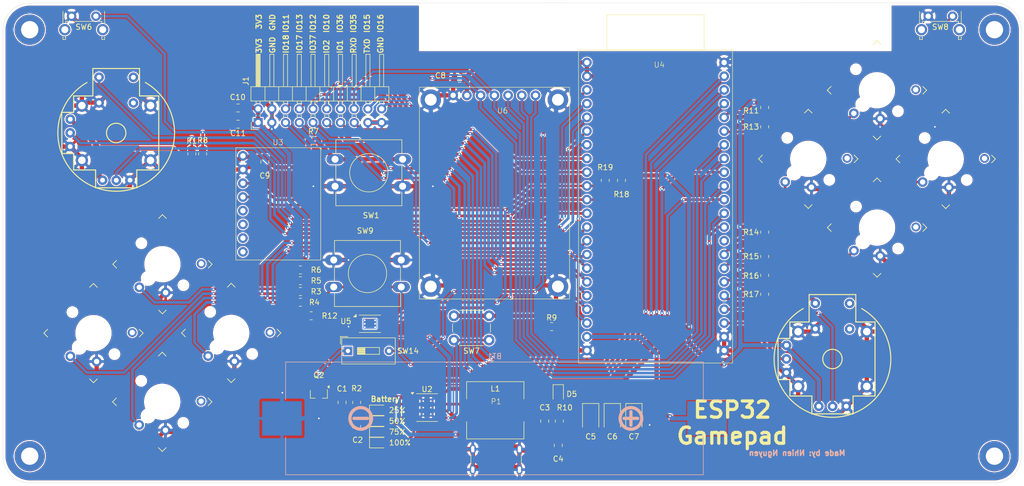
<source format=kicad_pcb>
(kicad_pcb (version 20240108) (generator "pcbnew") (generator_version "8.0")
  (title_block (title "ESP Gamepad") (date "2025-01-12") (rev "v02") (company "PCM Industries") (comment 1 "Author: Pacman (Nhien) Nguyen"))
  (layers (0 "F.Cu" signal) (31 "B.Cu" signal) (34 "B.Paste" user) (35 "F.Paste" user) (36 "B.SilkS" user "B.Silkscreen") (37 "F.SilkS" user "F.Silkscreen") (38 "B.Mask" user) (39 "F.Mask" user) (44 "Edge.Cuts" user))
  (net 0 "")
  (net 1 "/VBAT")
  (net 2 "GND")
  (net 3 "/VBUS")
  (net 4 "/5V")
  (net 5 "/3V3")
  (net 6 "Net-(D1-K)")
  (net 7 "Net-(D1-A)")
  (net 8 "Net-(D3-A)")
  (net 9 "/TXD")
  (net 10 "/IO2")
  (net 11 "/IO11")
  (net 12 "/RXD")
  (net 13 "/IO37")
  (net 14 "/IO10")
  (net 15 "/IO12")
  (net 16 "/IO16")
  (net 17 "/SCL")
  (net 18 "/IO1")
  (net 19 "/IO13")
  (net 20 "/MOSI")
  (net 21 "/IO15")
  (net 22 "/CLK")
  (net 23 "Net-(U2-SW)")
  (net 28 "/IO4")
  (net 29 "/IO14")
  (net 30 "/IO9")
  (net 31 "/IO46")
  (net 32 "/IO7")
  (net 33 "/IO3")
  (net 34 "/IO8")
  (net 35 "Net-(R9-Pad1)")
  (net 36 "/IO39")
  (net 37 "/IO42")
  (net 38 "/IO45")
  (net 39 "/IO48")
  (net 40 "/IO47")
  (net 41 "/IO21")
  (net 42 "Net-(U2-KEY)")
  (net 43 "/IO6")
  (net 44 "/IO5")
  (net 49 "/IO38")
  (net 50 "/IO40")
  (net 51 "/IO19")
  (net 53 "/IO41")
  (net 54 "/IO20")
  (net 59 "/SDA")
  (net 60 "Net-(Q2-D)")
  (net 61 "Net-(SW14-B)")
  (net 62 "Net-(C4-Pad1)")
  (net 63 "Net-(C2-Pad1)")
  (footprint "MountingHole:MountingHole_3.2mm_M3_DIN965_Pad" (layer "F.Cu") (at 65.5 47)
    (property "Reference" "REF**" (hide yes))
    (property "Value" "MountingHole_3.2mm_M3_DIN965_Pad" (hide yes))
  )
  (footprint "Resistor_SMD:R_0805_2012Metric" (layer "F.Cu") (at 115.5875 95.5)
    (property "Reference" "R3")
    (property "Value" "10K")
  )
  (footprint "Resistor_SMD:R_0805_2012Metric" (layer "F.Cu") (at 201.5 92.5 90)
    (property "Reference" "R16")
    (property "Value" "10K")
  )
  (footprint "Resistor_SMD:R_0805_2012Metric" (layer "F.Cu") (at 115.5875 91.5)
    (property "Reference" "R6")
    (property "Value" "10K")
  )
  (footprint "Joystick:PS4_joystick" (layer "F.Cu") (at 81.5 66.1248)
    (property "Reference" "U1" (hide yes))
    (property "Value" "COM-09032" (hide yes))
  )
  (footprint "Resistor_SMD:R_0805_2012Metric" (layer "F.Cu") (at 118 67.5)
    (property "Reference" "R7")
    (property "Value" "10K")
  )
  (footprint "Resistor_SMD:R_0805_2012Metric" (layer "F.Cu") (at 201.5 84.5 90)
    (property "Reference" "R14")
    (property "Value" "10K")
  )
  (footprint "Button_Switch_THT:SW_Tactile_SPST_Angled_PTS645Vx31-2LFS" (layer "F.Cu") (at 73.245 44.5)
    (property "Reference" "SW6")
    (property "Value" "SW_Push")
  )
  (footprint "LED_SMD:LED_0805_2012Metric" (layer "F.Cu") (at 130.0625 119.5)
    (property "Reference" "D2" (hide yes))
    (property "Value" "LED")
  )
  (footprint "Resistor_SMD:R_0805_2012Metric" (layer "F.Cu") (at 172 74.9125 90)
    (property "Reference" "R19")
    (property "Value" "10K")
  )
  (footprint "Joystick:PS4_joystick" (layer "F.Cu") (at 214.039845 108)
    (property "Reference" "U7" (hide yes))
    (property "Value" "COM-09032" (hide yes))
  )
  (footprint "Resistor_SMD:R_0805_2012Metric" (layer "F.Cu") (at 126 116.0375 -90)
    (property "Reference" "R2")
    (property "Value" "2R")
  )
  (footprint "Keyboard_Switches:SW_MX_LowProfile_Kailh_Choc_V1V2_THT_Hybrid" (layer "F.Cu") (at 235 70.945837 -45)
    (property "Reference" "SW12" (hide yes))
    (property "Value" "SW_Push" (hide yes))
  )
  (footprint "Keyboard_Switches:SW_MX_LowProfile_Kailh_Choc_V1V2_THT_Hybrid" (layer "F.Cu") (at 102.785445 103.171336 -45)
    (property "Reference" "SW4" (hide yes))
    (property "Value" "SW_Push" (hide yes))
  )
  (footprint "Resistor_SMD:R_0805_2012Metric" (layer "F.Cu") (at 162.0875 102)
    (property "Reference" "R9")
    (property "Value" "10K")
  )
  (footprint "Capacitor_SMD:C_0805_2012Metric" (layer "F.Cu") (at 145.05 56 180)
    (property "Reference" "C8")
    (property "Value" "10uF")
  )
  (footprint "MountingHole:MountingHole_3.2mm_M3_DIN965_Pad" (layer "F.Cu") (at 244.017767 46.999995)
    (property "Reference" "REF**" (hide yes))
    (property "Value" "MountingHole_3.2mm_M3_DIN965_Pad" (hide yes))
  )
  (footprint "Keyboard_Switches:SW_MX_LowProfile_Kailh_Choc_V1V2_THT_Hybrid" (layer "F.Cu") (at 209.564257 70.925736 -45)
    (property "Reference" "SW11" (hide yes))
    (property "Value" "SW_Push" (hide yes))
  )
  (footprint "LCD_TFT_ST7789:LCD_TFT_1.3_inches_ST7789" (layer "F.Cu") (at 137.61 57.66)
    (property "Reference" "U6")
    (property "Value" "~")
  )
  (footprint "Capacitor_SMD:C_0805_2012Metric" (layer "F.Cu") (at 126 120.55 -90)
    (property "Reference" "C2")
    (property "Value" "10uF")
  )
  (footprint "ESP32_S3_DevkitC1:ESP32_S3_DevkitC1" (layer "F.Cu") (at 168.6 53.08)
    (property "Reference" "U4")
    (property "Value" "~")
  )
  (footprint "Capacitor_SMD:C_0805_2012Metric" (layer "F.Cu") (at 104.05 61.5 180)
    (property "Reference" "C10")
    (property "Value" "10uF")
  )
  (footprint "Resistor_SMD:R_0805_2012Metric" (layer "F.Cu") (at 201.5 65 90)
    (property "Reference" "R13")
    (property "Value" "10K")
  )
  (footprint "Keyboard_Switches:SW_MX_LowProfile_Kailh_Choc_V1V2_THT_Hybrid" (layer "F.Cu") (at 90.057523 90.443414 -45)
    (property "Reference" "SW2" (hide yes))
    (property "Value" "SW_Push" (hide yes))
  )
  (footprint "Keyboard_Switches:SW_MX_LowProfile_Kailh_Choc_V1V2_THT_Hybrid" (layer "F.Cu") (at 222.272078 58.217915 -45)
    (property "Reference" "SW10" (hide yes))
    (property "Value" "SW_Push" (hide yes))
  )
  (footprint "Capacitor_Tantalum_SMD:CP_EIA-3528-15_AVX-H_Pad1.50x2.35mm_HandSolder" (layer "F.Cu") (at 173.3 118.875 -90)
    (property "Reference" "C6")
    (property "Value" "22uF")
  )
  (footprint "Capacitor_SMD:C_0805_2012Metric" (layer "F.Cu") (at 160.8 119.5 -90)
    (property "Reference" "C3")
    (property "Value" "10uF")
  )
  (footprint "Keyboard_Switches:SW_MX_LowProfile_Kailh_Choc_V1V2_THT_Hybrid" (layer "F.Cu") (at 222.292179 83.653658 -45)
    (property "Reference" "SW13" (hide yes))
    (property "Value" "SW_Push" (hide yes))
  )
  (footprint "Package_SO:SOIC-8-1EP_3.9x4.9mm_P1.27mm_EP2.41x3.3mm_ThermalVias" (layer "F.Cu") (at 139.025 117)
    (property "Reference" "U2")
    (property "Value" "IP5306")
  )
  (footprint "Resistor_SMD:R_0805_2012Metric" (layer "F.Cu") (at 117.5875 100)
    (property "Reference" "R12")
    (property "Value" "10K")
  )
  (footprint "MountingHole:MountingHole_3.2mm_M3_DIN965_Pad" (layer "F.Cu") (at 65.5 126)
    (property "Reference" "REF**" (hide yes))
    (property "Value" "MountingHole_3.2mm_M3_DIN965_Pad" (hide yes))
  )
  (footprint "Button_Switch_THT:SW_PUSH-12mm" (layer "F.Cu") (at 121.75 89.66)
    (property "Reference" "SW9")
    (property "Value" "SW_Push")
  )
  (footprint "Resistor_SMD:R_0805_2012Metric" (layer "F.Cu") (at 115.5875 97.5)
    (property "Reference" "R4")
    (property "Value" "10K")
  )
  (footprint "Keyboard_Switches:SW_MX_LowProfile_Kailh_Choc_V1V2_THT_Hybrid" (layer "F.Cu") (at 90.022167 115.934614 -45)
    (property "Reference" "SW5" (hide yes))
    (property "Value" "SW_Push" (hide yes))
  )
  (footprint "Connector_PinHeader_2.54mm:PinHeader_2x10_P2.54mm_Horizontal" (layer "F.Cu") (at 107.76 64.2 90)
    (property "Reference" "J1")
    (property "Value" "2.54mm")
  )
  (footprint "Button_Switch_THT:SW_Tactile_SPST_Angled_PTS645Vx31-2LFS" (layer "F.Cu") (at 231.762767 44.499995)
    (property "Reference" "SW8")
    (property "Value" "SW_Push")
  )
  (footprint "IMU:MPU6050" (layer "F.Cu") (at 104.95 70.37)
    (property "Reference" "U3")
    (property "Value" "~")
  )
  (footprint "LED_SMD:LED_0805_2012Metric" (layer "F.Cu") (at 130.0625 123.5)
    (property "Reference" "D4" (hide yes))
    (property "Value" "LED")
  )
  (footprint "Package_TO_SOT_SMD:SOT-23_Handsoldering" (layer "F.Cu") (at 119 114.5 -90)
    (property "Reference" "Q2")
    (property "Value" "SI2300")
  )
  (footprint "LED_SMD:LED_0805_2012Metric" (layer "F.Cu") (at 130.0625 117.5)
    (property "Reference" "D1" (hide yes))
    (property "Value" "LED")
  )
  (footprint "Resistor_SMD:R_0805_2012Metric" (layer "F.Cu") (at 201.5 89 90)
    (property "Reference" "R15")
    (property "Value" "10K")
  )
  (footprint "Inductor_SMD:L_10.4x10.4_H4.8" (layer "F.Cu") (at 151.65 117.5)
    (property "Reference" "L1")
    (property "Value" "2R2")
  )
  (footprint "Capacitor_SMD:C_0805_2012Metric" (layer "F.Cu") (at 123.3 116.05 -90)
    (property "Reference" "C1")
    (property "Value" "10uF")
  )
  (footprint "Resistor_SMD:R_0805_2012Metric" (layer "F.Cu") (at 201.5 61.4125 -90)
    (property "Reference" "R11")
    (property "Value" "10K")
  )
  (footprint "Capacitor_Tantalum_SMD:CP_EIA-3528-15_AVX-H_Pad1.50x2.35mm_HandSolder" (layer "F.Cu") (at 169.3 118.875 -90)
    (property "Reference" "C5")
    (property "Value" "22uF")
  )
  (footprint "Resistor_SMD:R_0805_2012Metric" (layer "F.Cu") (at 95.5 70 -90)
    (property "Reference" "R1")
    (property "Value" "10K")
  )
  (footprint "Capacitor_SMD:C_0805_2012Metric" (layer "F.Cu") (at 163.3 124 -90)
    (property "Reference" "C4")
    (property "Value" "10uF")
  )
  (footprint "USB_Type_C:USB_Type_C_6P" (layer "F.Cu") (at 151.8 124.62)
    (property "Reference" "P1")
    (property "Value" "USB_C_Plug_USB2.0")
  )
  (footprint "Resistor_SMD:R_0805_2012Metric" (layer "F.Cu") (at 115.5875 93.5)
    (property "Reference" "R5")
    (property "Value" "10K")
  )
  (footprint "Capacitor_SMD:C_0805_2012Metric" (layer "F.Cu") (at 109 71.5 90)
    (property "Reference" "C9")
    (property "Value" "10uF")
  )
  (footprint "Resistor_SMD:R_0805_2012Metric" (layer "F.Cu") (at 163.5 119.5 -90)
    (property "Reference" "R10")
    (property "Value" "2R")
  )
  (footprint "Button_Switch_THT:SW_PUSH-12mm" (layer "F.Cu") (at 134.5 76 180)
    (property "Reference" "SW1")
    (property "Value" "SW_Push")
  )
  (footprint "Button_Switch_THT:SW_DIP_SPSTx01_Slide_9.78x4.72mm_W7.62mm_P2.54mm" (layer "F.Cu") (at 124.38 106.5)
    (property "Reference" "SW14")
    (property "Value" "DIP")
  )
  (footprint "Package_DFN_QFN:WDFN-8-1EP_4x3mm_P0.65mm_EP2.4x1.8mm_ThermalVias" (layer "F.Cu") (at 128.45 101.475)
    (property "Reference" "U5")
    (property "Value" "LC709203FQH-02TWG")
  )
  (footprint "Button_Switch_THT:SW_PUSH_6mm" (layer "F.Cu") (at 150.5 104.5 180)
    (property "Reference" "SW7")
    (property "Value" "SW_Push")
  )
  (footprint "MountingHole:MountingHole_3.2mm_M3_DIN965_Pad" (layer "F.Cu") (at 244.017767 125.999995)
    (property "Reference" "REF**" (hide yes))
    (property "Value" "MountingHole_3.2mm_M3_DIN965_Pad" (hide yes))
  )
  (footprint "LED_SMD:LED_0805_2012Metric" (layer "F.Cu") (at 130.0625 121.5)
    (property "Reference" "D3" (hide yes))
    (property "Value" "LED")
  )
  (footprint "Capacitor_SMD:C_0805_2012Metric" (layer "F.Cu") (at 104.05 64.5 180)
    (property "Reference" "C11")
    (property "Value" "10uF")
  )
  (footprint "Resistor_SMD:R_0805_2012Metric" (layer "F.Cu") (at 97.5 70 90)
    (property "Reference" "R8")
    (property "Value" "10K")
  )
  (footprint "Resistor_SMD:R_0805_2012Metric" (layer "F.Cu") (at 175 74.9125 90)
    (property "Reference" "R18")
    (property "Value" "10K")
  )
  (footprint "LED_SMD:LED_0805_2012Metric" (layer "F.Cu") (at 163.3 114.4375 -90)
    (property "Reference" "D5")
    (property "Value" "LED")
  )
  (footprint "Capacitor_Tantalum_SMD:CP_EIA-3528-15_AVX-H_Pad1.50x2.35mm_HandSolder" (layer "F.Cu") (at 177.3 118.875 -90)
    (property "Reference" "C7")
    (property "Value" "22uF")
  )
  (footprint "Keyboard_Switches:SW_MX_LowProfile_Kailh_Choc_V1V2_THT_Hybrid" (layer "F.Cu") (at 77.294245 103.206692 -45)
    (property "Reference" "SW3" (hide yes))
    (property "Value" "SW_Push" (hide yes))
  )
  (footprint "Resistor_SMD:R_0805_2012Metric" (layer "F.Cu") (at 201.5 96 90)
    (property "Reference" "R17")
    (property "Value" "10K")
  )
  (footprint "Battery:BatteryHolder_Keystone_1042_1x18650" (layer "B.Cu") (at 151.5 119 180)
    (property "Reference" "BT1")
    (property "Value" "Battery_Cell")
  )
  (gr_arc (start 60.535534 47.058034) (mid 61.999999 43.522499) (end 65.535534 42.058034) (stroke (width 0.05)) (layer "Edge.Cuts"))
  (gr_line (start 249.017767 47.035539) (end 248.982233 125.964461) (stroke (width 0.05)) (layer "Edge.Cuts"))
  (gr_line (start 60.535534 125.964466) (end 60.535534 47.058034) (stroke (width 0.05)) (layer "Edge.Cuts"))
  (gr_arc (start 244.017767 42.035539) (mid 247.553285 43.500008) (end 249.017767 47.035539) (stroke (width 0.05)) (layer "Edge.Cuts"))
  (gr_arc (start 65.535534 130.964466) (mid 61.99999 129.50001) (end 60.535534 125.964466) (stroke (width 0.05)) (layer "Edge.Cuts"))
  (gr_line (start 65.535534 42.058034) (end 244.017767 42.035539) (stroke (width 0.05)) (layer "Edge.Cuts"))
  (gr_arc (start 248.982233 125.964461) (mid 247.517777 129.500005) (end 243.982233 130.964461) (stroke (width 0.05)) (layer "Edge.Cuts"))
  (gr_line (start 243.982233 130.964461) (end 65.535534 130.964466) (stroke (width 0.05)) (layer "Edge.Cuts"))
  (gr_text "Made by: Nhien Nguyen" (at 207.5 126 -0) (layer "B.SilkS") (effects (font (size 1 1) (thickness 0.25) (bold yes)) (justify bottom mirror)))
  (gr_text "GND" (at 111 51.5 90) (layer "F.SilkS") (effects (font (size 1 1) (thickness 0.2) (bold yes)) (justify left bottom)))
  (gr_text "ESP32\nGamepad" (at 195.5 124 0) (layer "F.SilkS") (effects (font (size 3 3) (thickness 0.6) (bold yes)) (justify bottom)))
  (gr_text "75%" (at 133.5 121.5 0) (layer "F.SilkS") (effects (font (size 1 1))))
  (gr_text "IO36" (at 123.5 44 90) (layer "F.SilkS") (effects (font (size 1 1) (thickness 0.2) (bold yes)) (justify right bottom)))
  (gr_text "IO12" (at 118.5 44 90) (layer "F.SilkS") (effects (font (size 1 1) (thickness 0.2) (bold yes)) (justify right bottom)))
  (gr_text "50%" (at 133.5 119.5 0) (layer "F.SilkS") (effects (font (size 1 1))))
  (gr_text "IO2" (at 121 51.5 90) (layer "F.SilkS") (effects (font (size 1 1) (thickness 0.2) (bold yes)) (justify left bottom)))
  (gr_text "100%" (at 134 123.5 0) (layer "F.SilkS") (effects (font (size 1 1))))
  (gr_text "Battery" (at 128.5 116 0) (layer "F.SilkS") (effects (font (size 1 1) (thickness 0.2) (bold yes)) (justify left bottom)))
  (gr_text "GND" (at 131 51.5 90) (layer "F.SilkS") (effects (font (size 1 1) (thickness 0.2) (bold yes)) (justify left bottom)))
  (gr_text "3V3" (at 108.5 44 90) (layer "F.SilkS") (effects (font (size 1 1) (thickness 0.2) (bold yes)) (justify right bottom)))
  (gr_text "IO35" (at 126 44 90) (layer "F.SilkS") (effects (font (size 1 1) (thickness 0.2) (bold yes)) (justify right bottom)))
  (gr_text "IO15" (at 128.5 44 90) (layer "F.SilkS") (effects (font (size 1 1) (thickness 0.2) (bold yes)) (justify right bottom)))
  (gr_text "25%" (at 133.5 117.5 0) (layer "F.SilkS") (effects (font (size 1 1))))
  (gr_text "GND" (at 111 44 90) (layer "F.SilkS") (effects (font (size 1 1) (thickness 0.2) (bold yes)) (justify right bottom)))
  (gr_text "IO17" (at 116 51.5 90) (layer "F.SilkS") (effects (font (size 1 1) (thickness 0.2) (bold yes)) (justify left bottom)))
  (gr_text "TXD" (at 128.5 51.5 90) (layer "F.SilkS") (effects (font (size 1 1) (thickness 0.2) (bold yes)) (justify left bottom)))
  (gr_text "IO18" (at 113.5 51.5 90) (layer "F.SilkS") (effects (font (size 1 1) (thickness 0.2) (bold yes)) (justify left bottom)))
  (gr_text "RXD" (at 126 51.5 90) (layer "F.SilkS") (effects (font (size 1 1) (thickness 0.2) (bold yes)) (justify left bottom)))
  (gr_text "IO37" (at 118.5 51.5 90) (layer "F.SilkS") (effects (font (size 1 1) (thickness 0.2) (bold yes)) (justify left bottom)))
  (gr_text "IO16" (at 131 44 90) (layer "F.SilkS") (effects (font (size 1 1) (thickness 0.2) (bold yes)) (justify right bottom)))
  (gr_text "IO10" (at 121 44 90) (layer "F.SilkS") (effects (font (size 1 1) (thickness 0.2) (bold yes)) (justify right bottom)))
  (gr_text "IO13" (at 116 44 90) (layer "F.SilkS") (effects (font (size 1 1) (thickness 0.2) (bold yes)) (justify right bottom)))
  (gr_text "IO1" (at 123.5 51.5 90) (layer "F.SilkS") (effects (font (size 1 1) (thickness 0.2) (bold yes)) (justify left bottom)))
  (gr_text "IO11" (at 113.5 44 90) (layer "F.SilkS") (effects (font (size 1 1) (thickness 0.2) (bold yes)) (justify right bottom)))
  (gr_text "3V3" (at 108.5 51.5 90) (layer "F.SilkS") (effects (font (size 1 1) (thickness 0.2) (bold yes)) (justify left bottom)))
  (segment (start 125.5 102.400001) (end 126.100001 101.8) (width 0.3) (layer "F.Cu") (net 1))
  (segment (start 168.01599 118.6) (end 168.00349 118.5875) (width 0.8) (layer "F.Cu") (net 1))
  (segment (start 168.00349 118.5875) (end 163.5 118.5875) (width 0.8) (layer "F.Cu") (net 1))
  (segment (start 156.8 118.5) (end 160.75 118.5) (width 0.8) (layer "F.Cu") (net 1))
  (segment (start 163.5 118.5875) (end 163.5 115.575) (width 0.8) (layer "F.Cu") (net 1))
  (segment (start 139.5 104) (end 126.5 104) (width 0.3) (layer "F.Cu") (net 1))
  (segment (start 126.100001 101.8) (end 126.55 101.8) (width 0.3) (layer "F.Cu") (net 1))
  (segment (start 125.5 103) (end 125.5 102.400001) (width 0.3) (layer "F.Cu") (net 1))
  (segment (start 152.8 120.5) (end 155.8 117.5) (width 0.8) (layer "F.Cu") (net 1))
  (segment (start 163.4625 118.55) (end 163.5 118.5875) (width 0.8) (layer "F.Cu") (net 1))
  (segment (start 160.8 118.55) (end 163.4625 118.55) (width 0.8) (layer "F.Cu") (net 1))
  (segment (start 142.935 117.635) (end 145.8 120.5) (width 0.8) (layer "F.Cu") (net 1))
  (segment (start 145.8 120.5) (end 152.8 120.5) (width 0.8) (layer "F.Cu") (net 1))
  (segment (start 163.125 115.375) (end 163.3 115.375) (width 0.8) (layer "F.Cu") (net 1))
  (segment (start 141.5 117.635) (end 142.935 117.635) (width 0.5) (layer "F.Cu") (net 1))
  (segment (start 155.8 117.5) (end 156.8 118.5) (width 0.8) (layer "F.Cu") (net 1))
  (segment (start 184 118.6) (end 168.01599 118.6) (width 0.8) (layer "F.Cu") (net 1))
  (segment (start 126.5 104) (end 125.5 103) (width 0.3) (layer "F.Cu") (net 1))
  (segment (start 163.5 115.575) (end 163.3 115.375) (width 0.8) (layer "F.Cu") (net 1))
  (via (at 143.15 117.85) (size 0.6) (drill 0.3) (layers "F.Cu" "B.Cu") (net 1))
  (via (at 184 118.6) (size 0.6) (drill 0.3) (layers "F.Cu" "B.Cu") (net 1))
  (via (at 139.5 104) (size 0.6) (drill 0.3) (layers "F.Cu" "B.Cu") (net 1))
  (segment (start 184.4 119) (end 190.83 119) (width 0.8) (layer "B.Cu") (net 1))
  (segment (start 143.15 117.708579) (end 143.079289 117.77929) (width 0.8) (layer "B.Cu") (net 1))
  (segment (start 184 118.6) (end 184.4 119) (width 0.8) (layer "B.Cu") (net 1))
  (segment (start 139.5 104) (end 143.15 107.65) (width 0.8) (layer "B.Cu") (net 1))
  (segment (start 143.15 107.65) (end 143.15 117.708579) (width 0.8) (layer "B.Cu") (net 1))
  (segment (start 88.841639 97.5) (end 90.644422 95.697217) (width 0.8) (layer "F.Cu") (net 2))
  (segment (start 103.1 64.53401) (end 103.1 64.5) (width 0.8) (layer "F.Cu") (net 2))
  (segment (start 156.12 124.2) (end 154.63 124.2) (width 0.8) (layer "F.Cu") (net 2))
  (segment (start 77.881144 110.5) (end 72 110.5) (width 0.8) (layer "F.Cu") (net 2))
  (segment (start 75.71 60.5) (end 78.28 60.5) (width 0.8) (layer "F.Cu") (net 2))
  (segment (start 112.127656 114.127656) (end 112.25 114.25) (width 0.8) (layer "F.Cu") (net 2))
  (segment (start 220.389845 102.92) (end 224.58 102.92) (width 0.8) (layer "F.Cu") (net 2))
  (segment (start 163 102) (end 163 102.16) (width 0.8) (layer "F.Cu") (net 2))
  (segment (start 87.725 71.2048) (end 84.055 74.8748) (width 0.8) (layer "F.Cu") (net 2))
  (segment (start 103.372344 114.127656) (end 103.372344 108.425139) (width 0.8) (layer "F.Cu") (net 2))
  (segment (start 77.881144 117.881144) (end 83.5 123.5) (width 0.8) (layer "F.Cu") (net 2))
  (segment (start 164.975 124.95) (end 164.975 124.825) (width 0.8) (layer "F.Cu") (net 2))
  (segment (start 75.15 71.19) (end 75.15 76.65) (width 0.8) (layer "F.Cu") (net 2))
  (segment (start 147.48 124.2) (end 147.48 128) (width 0.8) (layer "F.Cu") (net 2))
  (segment (start 177.3 120.5) (end 179.92 120.5) (width 0.8) (layer "F.Cu") (net 2))
  (segment (start 129.3 127.5) (end 135 127.5) (width 0.8) (layer "F.Cu") (net 2))
  (segment (start 78.325 60.545) (end 80.37 58.5) (width 0.8) (layer "F.Cu") (net 2))
  (segment (start 173.3 120.5) (end 177.3 120.5) (width 0.8) (layer "F.Cu") (net 2))
  (segment (start 164.975 124.825) (end 169.3 120.5) (width 0.8) (layer "F.Cu") (net 2))
  (segment (start 163 102) (end 163 100) (width 0.8) (layer "F.Cu") (net 2))
  (segment (start 122 76) (end 134.5 76) (width 0.8) (layer "F.Cu") (net 2))
  (segment (start 156.37 124.95) (end 156.12 124.7) (width 0.8) (layer "F.Cu") (net 2))
  (segment (start 103.1 61.5) (end 103.1 60.9) (width 0.8) (layer "F.Cu") (net 2))
  (segment (start 240.5 77.5) (end 240.5 70) (width 0.8) (layer "F.Cu") (net 2))
  (segment (start 154.63 124.2) (end 154.55 124.12) (width 0.8) (layer "F.Cu") (net 2))
  (segment (start 161 124.95) (end 158.5 124.95) (width 0.8) (layer "F.Cu") (net 2))
  (segment (start 81 79) (end 84.055 75.945) (width 0.8) (layer "F.Cu") (net 2))
  (segment (start 78.28 60.5) (end 78.325 60.545) (width 0.8) (layer "F.Cu") (net 2))
  (segment (start 158.5 124.95) (end 156.37 124.95) (width 0.8) (layer "F.Cu") (net 2))
  (segment (start 73.10017 97.5) (end 88.841639 97.5) (width 0.8) (layer "F.Cu") (net 2))
  (segment (start 140.52 59.16) (end 139.71 59.97) (width 0.8) (layer "F.Cu") (net 2))
  (segment (start 233 65) (end 222.858977 65) (width 0.8) (layer "F.Cu") (net 2))
  (segment (start 205.134845 110.5252) (end 205.149845 110.5252) (width 0.8) (layer "F.Cu") (net 2))
  (segment (start 69 101.60017) (end 73.10017 97.5) (width 0.8) (layer "F.Cu") (net 2))
  (segment (start 134.25 76.25) (end 134.5 76) (width 0.8) (layer "F.Cu") (net 2))
  (segment (start 163 100) (end 162.89 99.89) (width 0.8) (layer "F.Cu") (net 2))
  (segment (start 210.864845 102.1252) (end 212.990045 100) (width 0.8) (layer "F.Cu") (net 2))
  (segment (start 163.3 124.95) (end 164.975 124.95) (width 0.8) (layer "F.Cu") (net 2))
  (segment (start 69.5 66.5) (end 69.5 63) (width 0.8) (layer "F.Cu") (net 2))
  (segment (start 121.3 119) (end 123.8 121.5) (width 0.8) (layer "F.Cu") (net 2))
  (segment (start 210.471617 76.5) (end 210.151156 76.179539) (width 0.8) (layer "F.Cu") (net 2))
  (segment (start 126 121.5) (end 126 124.2) (width 0.8) (layer "F.Cu") (net 2))
  (segment (start 143.855 56.245) (end 144.1 56) (width 0.8) (layer "F.Cu") (net 2))
  (segment (start 87.85 71.2048) (end 87.725 71.2048) (width 0.8) (layer "F.Cu") (net 2))
  (segment (start 135 127.5) (end 137.8 124.7) (width 0.8) (layer "F.Cu") (net 2))
  (segment (start 72.985 68.65) (end 71.65 68.65) (width 0.8) (layer "F.Cu") (net 2))
  (segment (start 139 124.7) (end 147.48 124.7) (width 0.8) (layer "F.Cu") (net 2))
  (segment (start 77.881144 108.460495) (end 77.881144 117.881144) (width 0.8) (layer "F.Cu") (net 2))
  (segment (start 75.15 61.06) (end 75.15 46.405) (width 0.8) (layer "F.Cu") (net 2))
  (segment (start 207.689845 113.0652) (end 207.689845 116.189845) (width 0.8) (layer "F.Cu") (net 2))
  (segment (start 194 103.88) (end 194 106.42) (width 0.8) (layer "F.Cu") (net 2))
  (segment (start 235.586899 78.5) (end 235.586899 76.19964) (width 0.8) (layer "F.Cu") (net 2))
  (segment (start 160.8 124.75) (end 161 124.95) (width 0.8) (layer "F.Cu") (net 2))
  (segment (start 240.5 70) (end 235.5 65) (width 0.8) (layer "F.Cu") (net 2))
  (segment (start 222.879078 88.907461) (end 224.971617 91) (width 0.8) (layer "F.Cu") (net 2))
  (segment (start 89.5552 72.91) (end 87.85 71.2048) (width 0.8) (layer "F.Cu") (net 2))
  (segment (start 137.8 124.7) (end 139 124.7) (width 0.8) (layer "F.Cu") (net 2))
  (segment (start 77.5 79) (end 81 79) (width 0.8) (layer "F.Cu") (net 2))
  (segment (start 103.1 60.9) (end 104.5 59.5) (width 0.8) (layer "F.Cu") (net 2))
  (segment (start 84.055 75.945) (end 84.055 74.8748) (width 0.8) (layer "F.Cu") (net 2))
  (segment (start 80.37 58.5) (end 85.3052 58.5) (width 0.8) (layer "F.Cu") (net 2))
  (segment (start 231 96.5) (end 231 91) (width 0.8) (layer "F.Cu") (net 2))
  (segment (start 222.858977 63.471718) (end 222.858977 69.641023) (width 0.8) (layer "F.Cu") (net 2))
  (segment (start 216 76.5) (end 210.471617 76.5) (width 0.8) (layer "F.Cu") (net 2))
  (segment (start 214.470045 119) (end 216.594845 116.8752) (width 0.8) (layer "F.Cu") (net 2))
  (segment (start 162.89 101.89) (end 163 102) (width 0.8) (layer "F.Cu") (net 2))
  (segment (start 105.41 72.45) (end 104.95 72.91) (width 0.8) (layer "F.Cu") (net 2))
  (segment (start 69.5 63) (end 71.44 61.06) (width 0.8) (layer "F.Cu") (net 2))
  (segment (start 75.15 76.65) (end 77.5 79) (width 0.8) (layer "F.Cu") (net 2))
  (segment (start 143.88 59.16) (end 140.52 59.16) (width 0.8) (layer "F.Cu") (net 2))
  (segment (start 169.3 120.5) (end 173.3 120.5) (width 0.8) (layer "F.Cu") (net 2))
  (segment (start 231 91) (end 235.586899 86.413101) (width 0.8) (layer "F.Cu") (net 2))
  (segment (start 222.858977 65) (end 222.858977 63.471718) (width 0.8) (layer "F.Cu") (net 2))
  (segment (start 147.48 128) (end 156.12 128) (width 0.8) (layer "F.Cu") (net 2))
  (segment (start 222.858977 69.641023) (end 216 76.5) (width 0.8) (layer "F.Cu") (net 2))
  (segment (start 194 106.42) (end 200.92 106.42) (width 0.8) (layer "F.Cu") (net 2))
  (segment (start 207.689845 102.9352) (end 210.054845 102.9352) (width 0.8) (layer "F.Cu") (net 2))
  (segment (start 216.594845 116.875) (end 220.389845 113.08) (width 0.8) (layer "F.Cu") (net 2))
  (segment (start 126.55 100.5) (end 126 100.5) (width 0.5) (layer "F.Cu") (net 2))
  (segment (start 121.3 119) (end 123.3 117) (width 0.8) (layer "F.Cu") (net 2))
  (segment (start 143.855 59.16) (end 143.855 56.245) (width 0.8) (layer "F.Cu") (net 2))
  (segment (start 139.025 117) (end 139.025 124.675) (width 0.8) (layer "F.Cu") (net 2))
  (segment (start 130.62 64.2) (end 128.08 64.2) (width 0.8) (layer "F.Cu") (net 2))
  (segment (start 200.92 106.42) (end 205.0252 110.5252) (width 0.8) (layer "F.Cu") (net 2))
  (segment (start 235.586899 86.413101) (end 235.586899 78.5) (width 0.8) (layer "F.Cu") (net 2))
  (segment (start 220.389845 113.08) (end 220.389845 102.92) (width 0.8) (layer "F.Cu") (net 2))
  (segment (start 109.702081 66) (end 104.56599 66) (width 0.8) (layer "F.Cu") (net 2))
  (segment (start 218 100) (end 220.389845 102.389845) (width 0.8) (layer "F.Cu") (net 2))
  (segment (start 113 76) (end 118 76) (width 0.8) (layer "F.Cu") (net 2))
  (segment (start 124.5 89.66) (end 134.25 89.66) (width 0.8) (layer "F.Cu") (net 2))
  (segment (start 160.8 120.45) (end 160.8 124.75) (width 0.8) (layer "F.Cu") (net 2))
  (segment (start 126 100.5) (end 124.5 102) (width 0.5) (layer "F.Cu") (net 2))
  (segment (start 72 110.5) (end 69 107.5) (width 0.8) (layer "F.Cu") (net 2))
  (segment (start 144.1 59.38) (end 143.88 59.16) (width 0.8) (layer "F.Cu") (net 2))
  (segment (start 103.372344 114.127656) (end 112.127656 114.127656) (width 0.8) (layer "F.Cu") (net 2))
  (segment (start 121.75 89.66) (end 124.5 89.66) (width 0.8) (layer "F.Cu") (net 2))
  (segment (start 156.12 128) (end 156.12 124.2) (width 0.8) (layer "F.Cu") (net 2))
  (segment (start 235.586899 78.5) (end 239.5 78.5) (width 0.8) (layer "F.Cu") (net 2))
  (segment (start 167.26 106.42) (end 168.6 106.42) (width 0.8) (layer "F.Cu") (net 2))
  (segment (start 235.5 65) (end 233 65) (width 0.8) (layer "F.Cu") (net 2))
  (segment (start 104.5 59.5) (end 108.14 59.5) (width 0.8) (layer "F.Cu") (net 2))
  (segment (start 216.594845 116.8752) (end 216.594845 116.875) (width 0.8) (layer "F.Cu") (net 2))
  (segment (start 119 119) (end 121.3 119) (width 0.8) (layer "F.Cu") (net 2))
  (segment (start 207.689845 116.189845) (end 210.5 119) (width 0.8) (layer "F.Cu") (net 2))
  (segment (start 239.5 78.5) (end 240.5 77.5) (width 0.8) (layer "F.Cu") (net 2))
  (segment (start 108.14 59.5) (end 110.3 61.66) (width 0.8) (layer "F.Cu") (net 2))
  (segment (start 104.95 72.91) (end 89.5552 72.91) (width 0.8) (layer "F.Cu") (net 2))
  (segment (start 118 76) (end 122 76) (width 0.8) (layer "F.Cu") (net 2))
  (segment (start 179.92 120.5) (end 180.21 120.21) (width 0.8) (layer "F.Cu") (net 2))
  (segment (start 109 72.45) (end 105.41 72.45) (width 0.8) (layer "F.Cu") (net 2))
  (segment (start 123.8 121.5) (end 126 121.5) (width 0.8) (layer "F.Cu") (net 2))
  (segment (start 224.58 102.92) (end 231 96.5) (width 0.8) (layer "F.Cu") (net 2))
  (segment (start 163 102.16) (end 167.26 106.42) (width 0.8) (layer "F.Cu") (net 2))
  (segment (start 90.609066 121.188417) (end 90.920649 121.5) (width 0.8) (layer "F.Cu") (net 2))
  (segment (start 126.55 101.15) (end 126.55 100.5) (width 0.3) (layer "F.Cu") (net 2))
  (segment (start 75.15 71.19) (end 75.15 70.815) (width 0.8) (layer "F.Cu") (net 2))
  (segment (start 96 121.5) (end 103.372344 114.127656) (width 0.8) (layer "F.Cu") (net 2))
  (segment (start 75.15 46.405) (end 73.245 44.5) (width 0.8) (layer "F.Cu") (net 2))
  (segment (start 210.054845 102.9352) (end 210.864845 102.1252) (width 0.8) (layer "F.Cu") (net 2))
  (segment (start 109.45 72.45) (end 113 76) (width 0.8) (layer "F.Cu") (net 2))
  (segment (start 88.297483 123.5) (end 90.609066 121.188417) (width 0.8) (layer "F.Cu") (net 2))
  (segment (start 90.920649 121.5) (end 96 121.5) (width 0.8) (layer "F.Cu") (net 2))
  (segment (start 69 107.5) (end 69 101.60017) (width 0.8) (layer "F.Cu") (net 2))
  (segment (start 83.5 123.5) (end 88.297483 123.5) (width 0.8) (layer "F.Cu") (net 2))
  (segment (start 119 116) (end 119 119) (width 0.8) (layer "F.Cu") (net 2))
  (segment (start 110.3 64.2) (end 110.3 61.66) (width 0.8) (layer "F.Cu") (net 2))
  (segment (start 194 106.42) (end 194 106.5) (width 0.8) (layer "F.Cu") (net 2))
  (segment (start 205.149845 110.5252) (end 207.689845 113.0652) (width 0.8) (layer "F.Cu") (net 2))
  (segment (start 205.0252 110.5252) (end 205.134845 110.5252) (width 0.8) (layer "F.Cu") (net 2))
  (segment (start 134.5 76) (end 140.11 76) (width 0.8) (layer "F.Cu") (net 2))
  (segment (start 110.3 65.402081) (end 109.702081 66) (width 0.8) (layer "F.Cu") (net 2))
  (segment (start 110.3 65.402081) (end 110.3 64.2) (width 0.8) (layer "F.Cu") (net 2))
  (segment (start 224.971617 91) (end 231 91) (width 0.8) (layer "F.Cu") (net 2))
  (segment (start 140.11 94.38) (end 162.89 94.38) (width 0.8) (layer "F.Cu") (net 2))
  (segment (start 75.15 61.06) (end 75.71 60.5) (width 0.8) (layer "F.Cu") (net 2))
  (segment (start 71.44 61.06) (end 75.15 61.06) (width 0.8) (layer "F.Cu") (net 2))
  (segment (start 75.15 70.815) (end 72.985 68.65) (width 0.8) (layer "F.Cu") (net 2))
  (segment (start 104.56599 66) (end 103.1 64.53401) (width 0.8) (layer "F.Cu") (net 2))
  (segment (start 71.65 68.65) (end 69.5 66.5) (width 0.8) (layer "F.Cu") (net 2))
  (segment (start 126 124.2) (end 129.3 127.5) (width 0.8) (layer "F.Cu") (net 2))
  (segment (start 109 72.45) (end 109.45 72.45) (width 0.8) (layer "F.Cu") (net 2))
  (segment (start 162.89 99.89) (end 162.89 94.38) (width 0.8) (layer "F.Cu") (net 2))
  (segment (start 220.389845 102.389845) (end 220.389845 102.92) (width 0.8) (layer "F.Cu") (net 2))
  (segment (start 85.3052 58.5) (end 87.85 61.0448) (width 0.8) (layer "F.Cu") (net 2))
  (segment (start 212.990045 100) (end 218 100) (width 0.8) (layer "F.Cu") (net 2))
  (segment (start 210.5 119) (end 214.470045 119) (width 0.8) (layer "F.Cu") (net 2))
  (segment (start 163.3 124.95) (end 161 124.95) (width 0.8) (layer "F.Cu") (net 2))
  (via (at 233 65) (size 0.6) (drill 0.3) (layers "F.Cu" "B.Cu") (net 2))
  (via (at 222.858977 65) (size 0.6) (drill 0.3) (layers "F.Cu" "B.Cu") (net 2))
  (via (at 180.21 120.21) (size 0.6) (drill 0.3) (layers "F.Cu" "B.Cu") (net 2))
  (via (at 140.11 76) (size 0.6) (drill 0.3) (layers "F.Cu" "B.Cu") (net 2))
  (via (at 118 76) (size 0.6) (drill 0.3) (layers "F.Cu" "B.Cu") (net 2))
  (via (at 110.3 65.402081) (size 0.6) (drill 0.3) (layers "F.Cu" "B.Cu") (net 2))
  (via (at 112.25 114.25) (size 0.6) (drill 0.3) (layers "F.Cu" "B.Cu") (net 2))
  (via (at 119 119) (size 0.6) (drill 0.3) (layers "F.Cu" "B.Cu") (net 2))
  (via (at 124.5 89.66) (size 0.6) (drill 0.3) (layers "F.Cu" "B.Cu") (net 2))
  (via (at 124.5 102) (size 0.6) (drill 0.3) (layers "F.Cu" "B.Cu") (net 2))
  (segment (start 139.51 64.2) (end 139.71 64) (width 0.8) (layer "B.Cu") (net 2))
  (segment (start 194.08 53) (end 204.5 53) (width 0.8) (layer "B.Cu") (net 2))
  (segment (start 118 73.085786) (end 118 76) (width 0.8) (layer "B.Cu") (net 2))
  (segment (start 163 94.49) (end 162.89 94.38) (width 0.8) (layer "B.Cu") (net 2))
  (segment (start 139.71 64) (end 139.71 59.97) (width 0.8) (layer "B.Cu") (net 2))
  (segment (start 233 45.737228) (end 233 65) (width 0.8) (layer "B.Cu") (net 2))
  (segment (start 140.11 76) (end 140.11 68.11) (width 0.8) (layer "B.Cu") (net 2))
  (segment (start 139.71 67.71) (end 139.71 64) (width 0.8) (layer "B.Cu") (net 2))
  (segment (start 204.5 53) (end 207.5 56) (width 0.8) (layer "B.Cu") (net 2))
  (segment (start 231.762767 44.499995) (end 233 45.737228) (width 0.8) (layer "B.Cu") (net 2))
  (segment (start 180.21 120.21) (end 194 106.42) (width 0.8) (layer "B.Cu") (net 2))
  (segment (start 207.5 56) (end 207.5 59.5) (width 0.8) (layer "B.Cu") (net 2))
  (segment (start 134.5 89.41) (end 134.25 89.66) (width 0.8) (layer "B.Cu") (net 2))
  (segment (start 130.62 64.2) (end 139.51 64.2) (width 0.8) (layer "B.Cu") (net 2))
  (segment (start 112.25 114.25) (end 124.5 102) (width 0.8) (layer "B.Cu") (net 2))
  (segment (start 112.17 114.33) (end 112.25 114.25) (width 0.8) (layer "B.Cu") (net 2))
  (segment (start 194 53.08) (end 194.08 53) (width 0.8) (layer "B.Cu") (net 2))
  (segment (start 110.3 65.402081) (end 110.316294 65.40208) (width 0.8) (layer "B.Cu") (net 2))
  (segment (start 140.11 76) (end 140.11 94.38) (width 0.8) (layer "B.Cu") (net 2))
  (segment (start 124.5 89.66) (end 124.5 102) (width 0.8) (layer "B.Cu") (net 2))
  (segment (start 134.5 76) (end 134.5 89.41) (width 0.8) (layer "B.Cu") (net 2))
  (segment (start 72.595 68.11) (end 72.705 68) (width 0.5) (layer "B.Cu") (net 2))
  (segment (start 112.17 119) (end 119 119) (width 0.8) (layer "B.Cu") (net 2))
  (segment (start 162.89 60.32) (end 162.89 94.22) (width 0.8) (layer "B.Cu") (net 2))
  (segment (start 110.316294 65.40208) (end 118 73.085786) (width 0.8) (layer "B.Cu") (net 2))
  (segment (start 140.11 68.11) (end 139.71 67.71) (width 0.8) (layer "B.Cu") (net 2))
  (segment (start 162.89 94.22) (end 163.24 94.57) (width 0.8) (layer "B.Cu") (net 2))
  (segment (start 207.5 59.5) (end 213 65) (width 0.8) (layer "B.Cu") (net 2))
  (segment (start 213 65) (end 222.858977 65) (width 0.8) (layer "B.Cu") (net 2))
  (segment (start 110.3 65.3) (end 110.3 64.2) (width 0.8) (layer "B.Cu") (net 2))
  (segment (start 168.52 106.5) (end 168.6 106.42) (width 0.8) (layer "B.Cu") (net 2))
  (segment (start 163.24 59.97) (end 162.89 60.32) (width 0.8) (layer "B.Cu") (net 2))
  (segment (start 112.17 119) (end 112.17 114.33) (width 0.8) (layer "B.Cu") (net 2))
  (segment (start 133.8 115.095) (end 136.55 115.095) (width 0.8) (layer "F.Cu") (net 3))
  (segment (start 133.8 115.095) (end 126.03 115.095) (width 0.8) (layer "F.Cu") (net 3))
  (segment (start 125.975 115.1) (end 126 115.125) (width 0.8) (layer "F.Cu") (net 3))
  (segment (start 126.03 115.095) (end 126 115.125) (width 0.8) (layer "F.Cu") (net 3))
  (segment (start 147.53 122) (end 149.05 123.52) (width 0.8) (layer "F.Cu") (net 3))
  (segment (start 149.05 123.52) (end 149.05 124.62) (width 0.8) (layer "F.Cu") (net 3))
  (segment (start 119.95 113) (end 121.2 113) (width 0.8) (layer "F.Cu") (net 3))
  (segment (start 126.275 115.1) (end 126.3 115.125) (width 0.8) (layer "F.Cu") (net 3))
  (segment (start 144.3 122) (end 147.53 122) (width 0.8) (layer "F.Cu") (net 3))
  (segment (start 123.3 115.1) (end 125.975 115.1) (width 0.8) (layer "F.Cu") (net 3))
  (segment (start 121.2 113) (end 123.3 115.1) (width 0.8) (layer "F.Cu") (net 3))
  (via (at 144.3 122) (size 0.6) (drill 0.3) (layers "F.Cu" "B.Cu") (net 3))
  (via (at 133.8 115.095) (size 0.6) (drill 0.3) (layers "F.Cu" "B.Cu") (net 3))
  (segment (start 135.8 122) (end 133.8 120) (width 0.8) (layer "B.Cu") (net 3))
  (segment (start 144.3 122) (end 135.8 122) (width 0.8) (layer "B.Cu") (net 3))
  (segment (start 133.8 120) (end 133.8 115.095) (width 0.8) (layer "B.Cu") (net 3))
  (segment (start 163.3 113.5) (end 143.095 113.5) (width 0.8) (layer "F.Cu") (net 4))
  (segment (start 141.5 115.095) (end 143.095 113.5) (width 0.5) (layer "F.Cu") (net 4))
  (segment (start 168.675 117.25) (end 169.3 117.25) (width 0.8) (layer "F.Cu") (net 4))
  (segment (start 163.3 113.5) (end 165.55 113.5) (width 0.8) (layer "F.Cu") (net 4))
  (segment (start 177.3 117.25) (end 181.375 113.175) (width 0.8) (layer "F.Cu") (net 4))
  (segment (start 169.3 117.25) (end 173.3 117.25) (width 0.8) (layer "F.Cu") (net 4))
  (segment (start 181.5 113.175) (end 181.5 107.5) (width 0.8) (layer "F.Cu") (net 4))
  (segment (start 181.375 113.175) (end 181.5 113.175) (width 0.8) (layer "F.Cu") (net 4))
  (segment (start 173.3 117.25) (end 177.3 117.25) (width 0.8) (layer "F.Cu") (net 4))
  (segment (start 165.55 113.5) (end 169.3 117.25) (width 0.8) (layer "F.Cu") (net 4))
  (via (at 181.5 107.5) (size 0.6) (drill 0.3) (layers "F.Cu" "B.Cu") (net 4))
  (segment (start 178.38 103.88) (end 168.6 103.88) (width 0.8) (layer "B.Cu") (net 4))
  (segment (start 181.5 107.5) (end 181.5 107) (width 0.8) (layer "B.Cu") (net 4))
  (segment (start 181.5 107) (end 178.38 103.88) (width 0.8) (layer "B.Cu") (net 4))
  (segment (start 197.0875 64.0875) (end 197 64) (width 0.8) (layer "F.Cu") (net 5))
  (segment (start 104.32 71) (end 97.5875 71) (width 0.8) (layer "F.Cu") (net 5))
  (segment (start 191.5 109) (end 187.5 105) (width 0.8) (layer "F.Cu") (net 5))
  (segment (start 116.5 93.5) (end 116.5 91.5) (width 0.8) (layer "F.Cu") (net 5))
  (segment (start 168.6 53.08) (end 148.92 53.08) (width 0.8) (layer "F.Cu") (net 5))
  (segment (start 116.5 89.175) (end 116.675 89) (width 0.8) (layer "F.Cu") (net 5))
  (segment (start 78.4152 74.315) (end 78.975 74.8748) (width 0.8) (layer "F.Cu") (net 5))
  (segment (start 92 69) (end 93.9125 70.9125) (width 0.8) (layer "F.Cu") (net 5))
  (segment (start 107.46 64.5) (end 107.76 64.2) (width 0.8) (layer "F.Cu") (net 5))
  (segment (start 110.95 72.5) (end 110.325 71.875) (width 0.8) (layer "F.Cu") (net 5))
  (segment (start 116.5 91.5) (end 116.5 89.175) (width 0.8) (layer "F.Cu") (net 5))
  (segment (start 197.175 91.675) (end 201.5 91.675) (width 0.8) (layer "F.Cu") (net 5))
  (segment (start 97.5875 71) (end 97.5 70.9125) (width 0.8) (layer "F.Cu") (net 5))
  (segment (start 124 112) (end 175.5 112) (width 0.8) (layer "F.Cu") (net 5))
  (segment (start 171.62 55.62) (end 175 59) (width 0.8) (layer "F.Cu") (net 5))
  (segment (start 93.9125 70.9125) (end 95.5 70.9125) (width 0.8) (layer "F.Cu") (net 5))
  (segment (start 116.675 97.675) (end 116.5 97.5) (width 0.8) (layer "F.Cu") (net 5))
  (segment (start 199.5 60.5) (end 201.5 60.5) (width 0.8) (layer "F.Cu") (net 5))
  (segment (start 110.325 71.84099) (end 109.03401 70.55) (width 0.8) (layer "F.Cu") (net 5))
  (segment (start 197.0875 95.0875) (end 197 95) (width 0.8) (layer "F.Cu") (net 5))
  (segment (start 187.5 105) (end 187.5 102) (width 0.8) (layer "F.Cu") (net 5))
  (segment (start 201.5 95.0875) (end 197.0875 95.0875) (width 0.8) (layer "F.Cu") (net 5))
  (segment (start 107.6 61.5) (end 107.76 61.66) (width 0.8) (layer "F.Cu") (net 5))
  (segment (start 107.76 64.2) (end 107.76 61.66) (width 0.8) (layer "F.Cu") (net 5))
  (segment (start 201.5 64.0875) (end 197.0875 64.0875) (width 0.8) (layer "F.Cu") (net 5))
  (segment (start 110.325 71.875) (end 110.325 71.84099) (width 0.8) (layer "F.Cu") (net 5))
  (segment (start 116.5 95.5) (end 116.5 93.5) (width 0.8) (layer "F.Cu") (net 5))
  (segment (start 109 70.55) (end 105.13 70.55) (width 0.8) (layer "F.Cu") (net 5))
  (segment (start 97.5 70.9125) (end 95.5 70.9125) (width 0.8) (layer "F.Cu") (net 5))
  (segment (start 194 109) (end 191.5 109) (width 0.8) (layer "F.Cu") (net 5))
  (segment (start 175 74) (end 175 59) (width 0.8) (layer "F.Cu") (net 5))
  (segment (start 116.675 104.675) (end 116.675 100) (width 0.8) (layer "F.Cu") (net 5))
  (segment (start 113.5 72.5) (end 110.95 72.5) (width 0.8) (layer "F.Cu") (net 5))
  (segment (start 175.5 112) (end 185.5 102) (width 0.8) (layer "F.Cu") (net 5))
  (segment (start 116.5 97.5) (end 116.5 95.5) (width 0.8) (layer "F.Cu") (net 5))
  (segment (start 146 58.74) (end 146.42 59.16) (width 0.8) (layer "F.Cu") (net 5))
  (segment (start 197 83.5) (end 201.325 83.5) (width 0.8) (layer "F.Cu") (net 5))
  (segment (start 146.395 59.16) (end 146.395 56.395) (width 0.8) (layer "F.Cu") (net 5))
  (segment (start 116.675 104.675) (end 124 112) (width 0.8) (layer "F.Cu") (net 5))
  (segment (start 146.395 56.395) (end 146 56) (width 0.8) (layer "F.Cu") (net 5))
  (segment (start 185.5 102) (end 187.5 102) (width 0.8) (layer "F.Cu") (net 5))
  (segment (start 175 74) (end 172 74) (width 0.8) (layer "F.Cu") (net 5))
  (segment (start 113.5 72.5) (end 115.5 72.5) (width 0.8) (layer "F.Cu") (net 5))
  (segment (start 168.6 55.62) (end 171.62 55.62) (width 0.8) (layer "F.Cu") (net 5))
  (segment (start 105 64.5) (end 107.46 64.5) (width 0.8) (layer "F.Cu") (net 5))
  (segment (start 105.13 70.55) (end 104.95 70.37) (width 0.8) (layer "F.Cu") (net 5))
  (segment (start 197 91.5) (end 197.175 91.675) (width 0.8) (layer "F.Cu") (net 5))
  (segment (start 104.32 71) (end 104.95 70.37) (width 0.8) (layer "F.Cu") (net 5))
  (segment (start 78.4152 69) (end 78.4152 74.315) (width 0.8) (layer "F.Cu") (net 5))
  (segment (start 78.4152 69) (end 92 69) (width 0.8) (layer "F.Cu") (net 5))
  (segment (start 116.675 100) (end 116.675 97.675) (width 0.8) (layer "F.Cu") (net 5))
  (segment (start 115.5 72.5) (end 117.0875 70.9125) (width 0.8) (layer "F.Cu") (net 5))
  (segment (start 183.5 74) (end 175 74) (width 0.8) (layer "F.Cu") (net 5))
  (segment (start 105 61.5) (end 107.6 61.5) (width 0.8) (layer "F.Cu") (net 5))
  (segment (start 168.6 53.08) (end 168.6 55.62) (width 0.8) (layer "F.Cu") (net 5))
  (segment (start 197 88) (end 201.4125 88) (width 0.8) (layer "F.Cu") (net 5))
  (segment (start 104.82 70.5) (end 104.95 70.37) (width 0.8) (layer "F.Cu") (net 5))
  (segment (start 117.0875 70.9125) (end 117.0875 67.5) (width 0.8) (layer "F.Cu") (net 5))
  (segment (start 201.4125 88) (end 201.5 88.0875) (width 0.8) (layer "F.Cu") (net 5))
  (segment (start 109.03401 70.55) (end 109 70.55) (width 0.8) (layer "F.Cu") (net 5))
  (segment (start 201.325 83.5) (end 201.5 83.675) (width 0.8) (layer "F.Cu") (net 5))
  (segment (start 148.92 53.08) (end 146 56) (width 0.8) (layer "F.Cu") (net 5))
  (segment (start 73 63.5848) (end 78.4152 69) (width 0.8) (layer "F.Cu") (net 5))
  (via (at 197 95) (size 0.6) (drill 0.3) (layers "F.Cu" "B.Cu") (net 5))
  (via (at 197 83.5) (size 0.6) (drill 0.3) (layers "F.Cu" "B.Cu") (net 5))
  (via (at 187.5 102) (size 0.6) (drill 0.3) (layers "F.Cu" "B.Cu") (net 5))
  (via (at 116.675 89) (size 0.6) (drill 0.3) (layers "F.Cu" "B.Cu") (net 5))
  (via (at 113.5 72.5) (size 0.6) (drill 0.3) (layers "F.Cu" "B.Cu") (net 5))
  (via (at 197 88) (size 0.6) (drill 0.3) (layers "F.Cu" "B.Cu") (net 5))
  (via (at 197 64) (size 0.6) (drill 0.3) (layers "F.Cu" "B.Cu") (net 5))
  (via (at 183.5 74) (size 0.6) (drill 0.3) (layers "F.Cu" "B.Cu") (net 5))
  (via (at 194 109) (size 0.6) (drill 0.3) (layers "F.Cu" "B.Cu") (net 5))
  (via (at 197 91.5) (size 0.6) (drill 0.3) (layers "F.Cu" "B.Cu") (net 5))
  (via (at 199.5 60.5) (size 0.6) (drill 0.3) (layers "F.Cu" "B.Cu") (net 5))
  (segment (start 109.885786 66.402081) (end 107.76 64.276295) (width 0.8) (layer "B.Cu") (net 5))
  (segment (start 197 88) (end 197 83.5) (width 0.8) (layer "B.Cu") (net 5))
  (segment (start 197.04 105.46) (end 197 105.5) (width 0.8) (layer "B.Cu") (net 5))
  (segment (start 205.149845 105.46) (end 211.514845 111.825) (width 0.8) (layer "B.Cu") (net 5))
  (segment (start 109.902081 66.402081) (end 109.885786 66.402081) (width 0.8) (layer "B.Cu") (net 5))
  (segment (start 197 83.5) (end 197 64) (width 0.8) (layer "B.Cu") (net 5))
  (segment (start 113.5 70) (end 109.902081 66.402081) (width 0.8) (layer "B.Cu") (net 5))
  (segment (start 116.675 81.675) (end 113.5 78.5) (width 0.8) (layer "B.Cu") (net 5))
  (segment (start 183.5 74) (end 187.5 78) (width 0.8) (layer "B.Cu") (net 5))
  (segment (start 194 109) (end 197 106) (width 0.8) (layer "B.Cu") (net 5))
  (segment (start 197 106) (end 197 105.5) (width 0.8) (layer "B.Cu") (net 5))
  (segment (start 187.5 78) (end 187.5 102) (width 0.8) (layer "B.Cu") (net 5))
  (segment (start 197 91.5) (end 197 88) (width 0.8) (layer "B.Cu") (net 5))
  (segment (start 107.76 64.276295) (end 107.76 64.2) (width 0.8) (layer "B.Cu") (net 5))
  (segment (start 113.5 72.5) (end 113.5 70) (width 0.8) (layer "B.Cu") (net 5))
  (segment (start 116.675 89) (end 116.675 81.675) (width 0.8) (layer "B.Cu") (net 5))
  (segment (start 197 62.5) (end 199 60.5) (width 0.8) (layer "B.Cu") (net 5))
  (segment (start 113.5 78.5) (end 113.5 72.5) (width 0.8) (layer "B.Cu") (net 5))
  (segment (start 211.514845 111.825) (end 211.514845 116.8752) (width 0.8) (layer "B.Cu") (net 5))
  (segment (start 197 64) (end 197 62.5) (width 0.8) (layer "B.Cu") (net 5))
  (segment (start 197 105.5) (end 197 95) (width 0.8) (layer "B.Cu") (net 5))
  (segment (start 205.149845 105.46) (end 197.04 105.46) (width 0.8) (layer "B.Cu") (net 5))
  (segment (start 199 60.5) (end 199.5 60.5) (width 0.8) (layer "B.Cu") (net 5))
  (segment (start 197 95) (end 197 91.5) (width 0.8) (layer "B.Cu") (net 5))
  (segment (start 135 123.5) (end 136.55 121.95) (width 0.5) (layer "F.Cu") (net 6))
  (segment (start 131.0625 123.33) (end 131.0625 123.5) (width 0.5) (layer "F.Cu") (net 6))
  (segment (start 136.55 121.95) (end 136.55 118.905) (width 0.5) (layer "F.Cu") (net 6))
  (segment (start 129.1875 121.5) (end 129.1875 121.3125) (width 0.5) (layer "F.Cu") (net 6))
  (segment (start 129.1875 121.3125) (end 131 119.5) (width 0.5) (layer "F.Cu") (net 6))
  (segment (start 128.7625 125) (end 129.5625 125) (width 0.5) (layer "F.Cu") (net 6))
  (segment (start 131 119.5) (end 131 119.375) (width 0.5) (layer "F.Cu") (net 6))
  (segment (start 127.7625 124) (end 128.7625 125) (width 0.5) (layer "F.Cu") (net 6))
  (segment (start 129.1875 121.5) (end 129.1875 121.625) (width 0.5) (layer "F.Cu") (net 6))
  (segment (start 129.1875 121.5) (end 127.7625 122.925) (width 0.5) (layer "F.Cu") (net 6))
  (segment (start 131 119.375) (end 129.125 117.5) (width 0.5) (layer "F.Cu") (net 6))
  (segment (start 129.5625 125) (end 131.0625 123.5) (width 0.5) (layer "F.Cu") (net 6))
  (segment (start 127.7625 122.925) (end 127.7625 124) (width 0.5) (layer "F.Cu") (net 6))
  (segment (start 131.0625 123.5) (end 135 123.5) (width 0.5) (layer "F.Cu") (net 6))
  (segment (start 129.865 116.365) (end 131.2625 116.365) (width 0.5) (layer "F.Cu") (net 7))
  (segment (start 131 117.5) (end 131 116.365) (width 0.5) (layer "F.Cu") (net 7))
  (segment (start 127.7625 117) (end 128.4125 116.35) (width 0.5) (layer "F.Cu") (net 7))
  (segment (start 131 116.365) (end 131.2625 116.365) (width 0.5) (layer "F.Cu") (net 7))
  (segment (start 127.7625 118.1375) (end 127.7625 117) (width 0.5) (layer "F.Cu") (net 7))
  (segment (start 131 116.365) (end 136.55 116.365) (width 0.5) (layer "F.Cu") (net 7))
  (segment (start 129.85 116.35) (end 129.865 116.365) (width 0.5) (layer "F.Cu") (net 7))
  (segment (start 128.4125 116.35) (end 129.85 116.35) (width 0.5) (layer "F.Cu") (net 7))
  (segment (start 129.125 119.5) (end 127.7625 118.1375) (width 0.5) (layer "F.Cu") (net 7))
  (segment (start 129.125 119.5) (end 129.125 119.375) (width 0.5) (layer "F.Cu") (net 7))
  (segment (start 135.665 117.635) (end 136.55 117.635) (width 0.5) (layer "F.Cu") (net 8))
  (segment (start 131.8 121.5) (end 135.665 117.635) (width 0.5) (layer "F.Cu") (net 8))
  (segment (start 129.1875 123.375) (end 131.0625 121.5) (width 0.5) (layer "F.Cu") (net 8))
  (segment (start 129.1875 123.5) (end 129.1875 123.375) (width 0.5) (layer "F.Cu") (net 8))
  (segment (start 131.8 121.5) (end 131 121.5) (width 0.5) (layer "F.Cu") (net 8))
  (segment (start 126.84 65.5) (end 125.54 64.2) (width 0.5) (layer "F.Cu") (net 9))
  (segment (start 171.5 108) (end 151.05 108) (width 0.5) (layer "F.Cu") (net 9))
  (segment (start 135 65.5) (end 126.84 65.5) (width 0.5) (layer "F.Cu") (net 9))
  (segment (start 179.5 99.245544) (end 179.5 100) (width 0.5) (layer "F.Cu") (net 9))
  (segment (start 151.05 108) (end 151 107.95) (width 0.5) (layer "F.Cu") (net 9))
  (segment (start 145.5 69.030331) (end 138.530331 69.030331) (width 0.5) (layer "F.Cu") (net 9))
  (segment (start 138.530331 69.030331) (end 135 65.5) (width 0.5) (layer "F.Cu") (net 9))
  (segment (start 179.5 100) (end 171.5 108) (width 0.5) (layer "F.Cu") (net 9))
  (via (at 145.5 69.030331) (size 0.6) (drill 0.3) (layers "F.Cu" "B.Cu") (net 9))
  (via (at 151 107.95) (size 0.6) (drill 0.3) (layers "F.Cu" "B.Cu") (net 9))
  (via (at 179.5 99.245544) (size 0.6) (drill 0.3) (layers "F.Cu" "B.Cu") (net 9))
  (segment (start 149 105.95) (end 151 107.95) (width 0.5) (layer "B.Cu") (net 9))
  (segment (start 149 72.530331) (end 149 105.95) (width 0.5) (layer "B.Cu") (net 9))
  (segment (start 179.5 99.245544) (end 179.5 70.12) (width 0.5) (layer "B.Cu") (net 9))
  (segment (start 145.5 69.030331) (end 149 72.530331) (width 0.5) (layer "B.Cu") (net 9))
  (segment (start 179.5 70.12) (end 194 55.62) (width 0.5) (layer "B.Cu") (net 9))
  (segment (start 231.5 52.5) (end 215.5 52.5) (width 0.5) (layer "F.Cu") (net 10))
  (segment (start 235 49) (end 231.5 52.5) (width 0.5) (layer "F.Cu") (net 10))
  (segment (start 194 63.24) (end 194.915 62.325) (width 0.5) (layer "F.Cu") (net 10))
  (segment (start 235 45.762762) (end 235 49) (width 0.5) (layer "F.Cu") (net 10))
  (segment (start 215.5 52.5) (end 205.675 62.325) (width 0.5) (layer "F.Cu") (net 10))
  (segment (start 236.262767 44.499995) (end 235 45.762762) (width 0.5) (layer "F.Cu") (net 10))
  (segment (start 194.915 62.325) (end 201.5 62.325) (width 0.5) (layer "F.Cu") (net 10))
  (segment (start 205.675 62.325) (end 201.5 62.325) (width 0.5) (layer "F.Cu") (net 10))
  (segment (start 193.76 63.24) (end 194 63.24) (width 0.5) (layer "B.Cu") (net 10))
  (segment (start 133.9 60.915075) (end 130.984925 58) (width 0.5) (layer "F.Cu") (net 11))
  (segment (start 168.6 93.66) (end 168.6 93.72) (width 0.5) (layer "F.Cu") (net 11))
  (segment (start 165.44 90.5) (end 168.6 93.66) (width 0.5) (layer "F.Cu") (net 11))
  (segment (start 147 66.25) (end 146.999995 66.249995) (width 0.5) (layer "F.Cu") (net 11))
  (segment (start 133.9 60.945586) (end 133.9 60.915075) (width 0.5) (layer "F.Cu") (net 11))
  (segment (start 152.75 90.5) (end 165.44 90.5) (width 0.5) (layer "F.Cu") (net 11))
  (segment (start 139.204409 66.249995) (end 133.9 60.945586) (width 0.5) (layer "F.Cu") (net 11))
  (segment (start 146.999995 66.249995) (end 139.204409 66.249995) (width 0.5) (layer "F.Cu") (net 11))
  (segment (start 116.5 58) (end 112.84 61.66) (width 0.5) (layer "F.Cu") (net 11))
  (segment (start 130.984925 58) (end 116.5 58) (width 0.5) (layer "F.Cu") (net 11))
  (via (at 147 66.25) (size 0.6) (drill 0.3) (layers "F.Cu" "B.Cu") (net 11))
  (via (at 152.75 90.5) (size 0.6) (drill 0.3) (layers "F.Cu" "B.Cu") (net 11))
  (segment (start 152.5 90.5) (end 152.75 90.5) (width 0.5) (layer "B.Cu") (net 11))
  (segment (start 147.25 66.25) (end 151.1 70.1) (width 0.5) (layer "B.Cu") (net 11))
  (segment (start 151.1 89.1) (end 152.5 90.5) (width 0.5) (layer "B.Cu") (net 11))
  (segment (start 151.1 70.1) (end 151.1 89.1) (width 0.5) (layer "B.Cu") (net 11))
  (segment (start 147 66.25) (end 147.25 66.25) (width 0.5) (layer "B.Cu") (net 11))
  (segment (start 180.5 99.5) (end 180.5 99.98995) (width 0.5) (layer "F.Cu") (net 12))
  (segment (start 180.5 99.98995) (end 171.78995 108.7) (width 0.5) (layer "F.Cu") (net 12))
  (segment (start 138.560662 70.060662) (end 135 66.5) (width 0.5) (layer "F.Cu") (net 12))
  (segment (start 125.3 66.5) (end 123 64.2) (width 0.5) (layer "F.Cu") (net 12))
  (segment (start 145 70.060662) (end 138.560662 70.060662) (width 0.5) (layer "F.Cu") (net 12))
  (segment (start 135 66.5) (end 125.3 66.5) (width 0.5) (layer "F.Cu") (net 12))
  (segment (start 150.2 108.7) (end 150 108.5) (width 0.5) (layer "F.Cu") (net 12))
  (segment (start 171.78995 108.7) (end 150.2 108.7) (width 0.5) (layer "F.Cu") (net 12))
  (via (at 145 70.060662) (size 0.6) (drill 0.3) (layers "F.Cu" "B.Cu") (net 12))
  (via (at 180.5 99.5) (size 0.6) (drill 0.3) (layers "F.Cu" "B.Cu") (net 12))
  (via (at 150 108.5) (size 0.6) (drill 0.3) (layers "F.Cu" "B.Cu") (net 12))
  (segment (start 148.3 106.8) (end 150 108.5) (width 0.5) (layer "B.Cu") (net 12))
  (segment (start 180.5 99.5) (end 180.5 71.66) (width 0.5) (layer "B.Cu") (net 12))
  (segment (start 148.3 73.360662) (end 148.3 106.8) (width 0.5) (layer "B.Cu") (net 12))
  (segment (start 180.5 71.66) (end 194 58.16) (width 0.5) (layer "B.Cu") (net 12))
  (segment (start 145 70.060662) (end 148.3 73.360662) (width 0.5) (layer "B.Cu") (net 12))
  (segment (start 132.3 72.7) (end 143.2 72.7) (width 0.5) (layer "F.Cu") (net 13))
  (segment (start 172.5598 110.9) (end 147.9 110.9) (width 0.5) (layer "F.Cu") (net 13))
  (segment (start 183.5 99.5) (end 183.5 99.9598) (width 0.5) (layer "F.Cu") (net 13))
  (segment (start 147.9 110.9) (end 147 110) (width 0.5) (layer "F.Cu") (net 13))
  (segment (start 183.5 99.9598) (end 172.5598 110.9) (width 0.5) (layer "F.Cu") (net 13))
  (segment (start 186.52 78.48) (end 194 78.48) (width 0.5) (layer "F.Cu") (net 13))
  (segment (start 186.5 78.5) (end 186.52 78.48) (width 0.5) (layer "F.Cu") (net 13))
  (segment (start 143.2 72.7) (end 143.5 73) (width 0.5) (layer "F.Cu") (net 13))
  (via (at 132.3 72.7) (size 0.6) (drill 0.3) (layers "F.Cu" "B.Cu") (net 13))
  (via (at 183.5 99.5) (size 0.6) (drill 0.3) (layers "F.Cu" "B.Cu") (net 13))
  (via (at 186.5 78.5) (size 0.6) (drill 0.3) (layers "F.Cu" "B.Cu") (net 13))
  (via (at 147 110) (size 0.6) (drill 0.3) (layers "F.Cu" "B.Cu") (net 13))
  (via (at 143.5 73) (size 0.6) (drill 0.3) (layers "F.Cu" "B.Cu") (net 13))
  (segment (start 183.5 99.5) (end 183.5 81.5) (width 0.5) (layer "B.Cu") (net 13))
  (segment (start 126.3 67.3) (end 121.02 67.3) (width 0.5) (layer "B.Cu") (net 13))
  (segment (start 132.3 72.7) (end 131.7 72.7) (width 0.5) (layer "B.Cu") (net 13))
  (segment (start 146 75.5) (end 146 109) (width 0.5) (layer "B.Cu") (net 13))
  (segment (start 143.5 73) (end 146 75.5) (width 0.5) (layer "B.Cu") (net 13))
  (segment (start 121.02 67.3) (end 117.92 64.2) (width 0.5) (layer "B.Cu") (net 13))
  (segment (start 131.7 72.7) (end 126.3 67.3) (width 0.5) (layer "B.Cu") (net 13))
  (segment (start 183.5 81.5) (end 186.5 78.5) (width 0.5) (layer "B.Cu") (net 13))
  (segment (start 146 109) (end 147 110) (width 0.5) (layer "B.Cu") (net 13))
  (segment (start 147.5 65.45) (end 147.45 65.5) (width 0.5) (layer "F.Cu") (net 14))
  (segment (start 134.6 60.655636) (end 134.6 60.625125) (width 0.5) (layer "F.Cu") (net 14))
  (segment (start 147.45 65.5) (end 139.444364 65.5) (width 0.5) (layer "F.Cu") (net 14))
  (segment (start 134.6 60.625125) (end 130.974875 57) (width 0.5) (layer "F.Cu") (net 14))
  (segment (start 167.109341 89.689341) (end 168.6 91.18) (width 0.5) (layer "F.Cu") (net 14))
  (segment (start 139.444364 65.5) (end 134.6 60.655636) (width 0.5) (layer "F.Cu") (net 14))
  (segment (start 130.974875 57) (end 122.5 57) (width 0.5) (layer "F.Cu") (net 14))
  (segment (start 152.75 89.689341) (end 167.109341 89.689341) (width 0.5) (layer "F.Cu") (net 14))
  (via (at 147.5 65.45) (size 0.6) (drill 0.3) (layers "F.Cu" "B.Cu") (net 14))
  (via (at 122.5 57) (size 0.6) (drill 0.3) (layers "F.Cu" "B.Cu") (net 14))
  (via (at 152.75 89.689341) (size 0.6) (drill 0.3) (layers "F.Cu" "B.Cu") (net 14))
  (segment (start 152.75 89.689341) (end 151.8 88.739341) (width 0.5) (layer "B.Cu") (net 14))
  (segment (start 151.8 69.8) (end 147.5 65.5) (width 0.5) (layer "B.Cu") (net 14))
  (segment (start 122.5 57) (end 120.46 59.04) (width 0.5) (layer "B.Cu") (net 14))
  (segment (start 151.8 88.739341) (end 151.8 69.8) (width 0.5) (layer "B.Cu") (net 14))
  (segment (start 120.46 59.04) (end 120.46 61.66) (width 0.5) (layer "B.Cu") (net 14))
  (segment (start 147.5 65.5) (end 147.5 65.45) (width 0.5) (layer "B.Cu") (net 14))
  (segment (start 167 93.04995) (end 165.25005 91.3) (width 0.5) (layer "F.Cu") (net 15))
  (segment (start 168.6 96.26) (end 167 94.66) (width 0.5) (layer "F.Cu") (net 15))
  (segment (start 168.6 96.26) (end 168.6 96.1) (width 0.5) (layer "F.Cu") (net 15))
  (segment (start 165.25005 91.3) (end 151.8 91.3) (width 0.5) (layer "F.Cu") (net 15))
  (segment (start 130.994975 59) (end 119.5 59) (width 0.5) (layer "F.Cu") (net 15))
  (segment (start 167 94.66) (end 167 93.04995) (width 0.5) (layer "F.Cu") (net 15))
  (segment (start 133.2 61.205025) (end 130.994975 59) (width 0.5) (layer "F.Cu") (net 15))
  (segment (start 139.019675 67.055211) (end 133.2 61.235536) (width 0.5) (layer "F.Cu") (net 15))
  (segment (start 146.5 67.055211) (end 139.019675 67.055211) (width 0.5) (layer "F.Cu") (net 15))
  (segment (start 151.8 91.3) (end 151.5 91) (width 0.5) (layer "F.Cu") (net 15))
  (segment (start 133.2 61.235536) (end 133.2 61.205025) (width 0.5) (layer "F.Cu") (net 15))
  (via (at 146.5 67.055211) (size 0.6) (drill 0.3) (layers "F.Cu" "B.Cu") (net 15))
  (via (at 119.5 59) (size 0.6) (drill 0.3) (layers "F.Cu" "B.Cu") (net 15))
  (via (at 151.5 91) (size 0.6) (drill 0.3) (layers "F.Cu" "B.Cu") (net 15))
  (segment (start 119.5 59) (end 117.92 60.58) (width 0.5) (layer "B.Cu") (net 15))
  (segment (start 146.5 67.055211) (end 146.555211 67.055211) (width 0.5) (layer "B.Cu") (net 15))
  (segment (start 150.4 89.9) (end 151.5 91) (width 0.5) (layer "B.Cu") (net 15))
  (segment (start 150.4 70.9) (end 150.4 89.9) (width 0.5) (layer "B.Cu") (net 15))
  (segment (start 117.92 60.58) (end 117.92 61.66) (width 0.5) (layer "B.Cu") (net 15))
  (segment (start 146.555211 67.055211) (end 150.4 70.9) (width 0.5) (layer "B.Cu") (net 15))
  (segment (start 156.510661 73.4) (end 147.810661 64.7) (width 0.5) (layer "F.Cu") (net 16))
  (segment (start 139.705025 64.7) (end 135.794975 60.78995) (width 0.5) (layer "F.Cu") (net 16))
  (segment (start 147.810661 64.7) (end 139.705025 64.7) (width 0.5) (layer "F.Cu") (net 16))
  (segment (start 168.6 73.4) (end 156.510661 73.4) (width 0.5) (layer "F.Cu") (net 16))
  (via (at 135.794975 60.78995) (size 0.6) (drill 0.3) (layers "F.Cu" "B.Cu") (net 16))
  (segment (start 131.49005 60.78995) (end 130.62 61.66) (width 0.5) (layer "B.Cu") (net 16))
  (segment (start 135.794975 60.78995) (end 131.49005 60.78995) (width 0.5) (layer "B.Cu") (net 16))
  (segment (start 144 80.35) (end 136.35 80.35) (width 0.5) (layer "F.Cu") (net 17))
  (segment (start 142.5 75) (end 142 74.5) (width 0.5) (layer "F.Cu") (net 17))
  (segment (start 168.6 75.94) (end 171.885 75.94) (width 0.5) (layer "F.Cu") (net 17))
  (segment (start 134.5 78.5) (end 111 78.5) (width 0.5) (layer "F.Cu") (net 17))
  (segment (start 133.5 100.5) (end 130.35 100.5) (width 0.3) (layer "F.Cu") (net 17))
  (segment (start 111 78.5) (end 107.95 75.45) (width 0.5) (layer "F.Cu") (net 17))
  (segment (start 107.95 75.45) (end 104.95 75.45) (width 0.5) (layer "F.Cu") (net 17))
  (segment (start 136.35 80.35) (end 134.5 78.5) (width 0.5) (layer "F.Cu") (net 17))
  (segment (start 171.885 75.94) (end 172 75.825) (width 0.5) (layer "F.Cu") (net 17))
  (segment (start 142 74.5) (end 131 74.5) (width 0.5) (layer "F.Cu") (net 17))
  (segment (start 153.5 80.35) (end 153.65 80.35) (width 0.5) (layer "F.Cu") (net 17))
  (segment (start 158.06 75.94) (end 168.6 75.94) (width 0.5) (layer "F.Cu") (net 17))
  (segment (start 136.5 97.5) (end 133.5 100.5) (width 0.3) (layer "F.Cu") (net 17))
  (segment (start 153.65 80.35) (end 158.06 75.94) (width 0.5) (layer "F.Cu") (net 17))
  (segment (start 144 80.35) (end 153.5 80.35) (width 0.5) (layer "F.Cu") (net 17))
  (segment (start 152 97.5) (end 136.5 97.5) (width 0.5) (layer "F.Cu") (net 17))
  (via (at 144 80.35) (size 0.6) (drill 0.3) (layers "F.Cu" "B.Cu") (net 17))
  (via (at 142.5 75) (size 0.6) (drill 0.3) (layers "F.Cu" "B.Cu") (net 17))
  (via (at 153.5 80.35) (size 0.6) (drill 0.3) (layers "F.Cu" "B.Cu") (net 17))
  (via (at 131 74.5) (size 0.6) (drill 0.3) (layers "F.Cu" "B.Cu") (net 17))
  (via (at 152 97.5) (size 0.6) (drill 0.3) (layers "F.Cu" "B.Cu") (net 17))
  (segment (start 144 80.35) (end 144 79) (width 0.5) (layer "B.Cu") (net 17))
  (segment (start 124.7 68.7) (end 117.34 68.7) (width 0.5) (layer "B.Cu") (net 17))
  (segment (start 152 97.5) (end 153.5 96) (width 0.5) (layer "B.Cu") (net 17))
  (segment (start 130.5 74.5) (end 124.7 68.7) (width 0.5) (layer "B.Cu") (net 17))
  (segment (start 153.5 96) (end 153.5 80.35) (width 0.5) (layer "B.Cu") (net 17))
  (segment (start 117.34 68.7) (end 112.84 64.2) (width 0.5) (layer "B.Cu") (net 17))
  (segment (start 144 76.5) (end 142.5 75) (width 0.5) (layer "B.Cu") (net 17))
  (segment (start 131 74.5) (end 130.5 74.5) (width 0.5) (layer "B.Cu") (net 17))
  (segment (start 144 79) (end 144 76.5) (width 0.5) (layer "B.Cu") (net 17))
  (segment (start 181.5 99.300003) (end 181.5 99.9799) (width 0.5) (layer "F.Cu") (net 18))
  (segment (start 123.76 67.5) (end 120.46 64.2) (width 0.5) (layer "F.Cu") (net 18))
  (segment (start 138.590993 71.090993) (end 135 67.5) (width 0.5) (layer "F.Cu") (net 18))
  (segment (start 181.5 99.9799) (end 171.9799 109.5) (width 0.5) (layer "F.Cu") (net 18))
  (segment (start 144.5 71.090993) (end 138.590993 71.090993) (width 0.5) (layer "F.Cu") (net 18))
  (segment (start 135 67.5) (end 123.76 67.5) (width 0.5) (layer "F.Cu") (net 18))
  (segment (start 171.9799 109.5) (end 149.5 109.5) (width 0.5) (layer "F.Cu") (net 18))
  (segment (start 149.5 109.5) (end 149 109) (width 0.5) (layer "F.Cu") (net 18))
  (via (at 149 109) (size 0.6) (drill 0.3) (layers "F.Cu" "B.Cu") (net 18))
  (via (at 144.5 71.090993) (size 0.6) (drill 0.3) (layers "F.Cu" "B.Cu") (net 18))
  (via (at 181.5 99.300003) (size 0.6) (drill 0.3) (layers "F.Cu" "B.Cu") (net 18))
  (segment (start 147.5 107.5) (end 149 109) (width 0.5) (layer "B.Cu") (net 18))
  (segment (start 181.5 99.300003) (end 181.5 73.2) (width 0.5) (layer "B.Cu") (net 18))
  (segment (start 144.5 71.090993) (end 147.5 74.090993) (width 0.5) (layer "B.Cu") (net 18))
  (segment (start 147.5 74.090993) (end 147.5 107.5) (width 0.5) (layer "B.Cu") (net 18))
  (segment (start 181.5 73.2) (end 194 60.7) (width 0.5) (layer "B.Cu") (net 18))
  (segment (start 166.3 93.3399) (end 164.9601 92) (width 0.5) (layer "F.Cu") (net 19))
  (segment (start 138.989679 68.015165) (end 130.974514 60) (width 0.5) (layer "F.Cu") (net 19))
  (segment (start 166.3 96.5) (end 166.3 93.3399) (width 0.5) (layer "F.Cu") (net 19))
  (segment (start 168.6 98.8) (end 166.3 96.5) (width 0.5) (layer "F.Cu") (net 19))
  (segment (start 130.974514 60) (end 117.04 60) (width 0.5) (layer "F.Cu") (net 19))
  (segment (start 164.9601 92) (end 151.5 92) (width 0.5) (layer "F.Cu") (net 19))
  (segment (start 146 68.015165) (end 138.989679 68.015165) (width 0.5) (layer "F.Cu") (net 19))
  (segment (start 117.04 60) (end 115.38 61.66) (width 0.5) (layer "F.Cu") (net 19))
  (via (at 151.5 92) (size 0.6) (drill 0.3) (layers "F.Cu" "B.Cu") (net 19))
  (via (at 146 68.015165) (size 0.6) (drill 0.3) (layers "F.Cu" "B.Cu") (net 19))
  (segment (start 149.7 90.7) (end 151 92) (width 0.5) (layer "B.Cu") (net 19))
  (segment (start 149.7 71.7) (end 149.7 90.7) (width 0.5) (layer "B.Cu") (net 19))
  (segment (start 151 92) (end 151.5 92) (width 0.5) (layer "B.Cu") (net 19))
  (segment (start 146 68.015165) (end 146.015165 68.015165) (width 0.5) (layer "B.Cu") (net 19))
  (segment (start 146.015165 68.015165) (end 149.7 71.7) (width 0.5) (layer "B.Cu") (net 19))
  (segment (start 192.94 83.56) (end 194 83.56) (width 0.5) (layer "F.Cu") (net 20))
  (segment (start 191.25 86.5) (end 191.25 85.25) (width 0.5) (layer "F.Cu") (net 20))
  (segment (start 191.25 85.25) (end 192.94 83.56) (width 0.5) (layer "F.Cu") (net 20))
  (via (at 191.25 86.5) (size 0.6) (drill 0.3) (layers "F.Cu" "B.Cu") (net 20))
  (segment (start 125.5 61.62) (end 125.5 58.25) (width 0.5) (layer "B.Cu") (net 20))
  (segment (start 125.5 58.25) (end 129 54.75) (width 0.5) (layer "B.Cu") (net 20))
  (segment (start 147.09 54.75) (end 147.09 54.775) (width 0.5) (layer "B.Cu") (net 20))
  (segment (start 147.09 54.775) (end 151.475 59.16) (width 0.5) (layer "B.Cu") (net 20))
  (segment (start 191.3 86.55) (end 191.3 103.7) (width 0.5) (layer "B.Cu") (net 20))
  (segment (start 151.475 61.475) (end 151.475 59.16) (width 0.5) (layer "B.Cu") (net 20))
  (segment (start 184.4 110.6) (end 162.6 110.6) (width 0.5) (layer "B.Cu") (net 20))
  (segment (start 156.2 66.2) (end 151.475 61.475) (width 0.5) (layer "B.Cu") (net 20))
  (segment (start 191.3 103.7) (end 184.4 110.6) (width 0.5) (layer "B.Cu") (net 20))
  (segment (start 129 54.75) (end 147.09 54.75) (width 0.5) (layer "B.Cu") (net 20))
  (segment (start 162.6 110.6) (end 156.2 104.2) (width 0.5) (layer "B.Cu") (net 20))
  (segment (start 191.25 86.5) (end 191.3 86.55) (width 0.5) (layer "B.Cu") (net 20))
  (segment (start 125.54 61.66) (end 125.5 61.62) (width 0.5) (layer "B.Cu") (net 20))
  (segment (start 156.2 104.2) (end 156.2 66.2) (width 0.5) (layer "B.Cu") (net 20))
  (segment (start 140 64) (end 148.5 64) (width 0.5) (layer "F.Cu") (net 21))
  (segment (start 148.5 64) (end 155.36 70.86) (width 0.5) (layer "F.Cu") (net 21))
  (segment (start 140 63.934314) (end 140 64) (width 0.5) (layer "F.Cu") (net 21))
  (segment (start 155.36 70.86) (end 168.6 70.86) (width 0.5) (layer "F.Cu") (net 21))
  (segment (start 135.532843 59.467157) (end 140 63.934314) (width 0.5) (layer "F.Cu") (net 21))
  (via (at 135.532843 59.467157) (size 0.6) (drill 0.3) (layers "F.Cu" "B.Cu") (net 21))
  (segment (start 135.532843 59.467157) (end 135.5 59.5) (width 0.5) (layer "B.Cu") (net 21))
  (segment (start 130.24 59.5) (end 128.08 61.66) (width 0.5) (layer "B.Cu") (net 21))
  (segment (start 135.5 59.5) (end 130.24 59.5) (width 0.5) (layer "B.Cu") (net 21))
  (segment (start 140 56) (end 125.015165 56) (width 0.5) (layer "F.Cu") (net 22))
  (segment (start 125.015165 56) (end 124.765165 56.25) (width 0.5) (layer "F.Cu") (net 22))
  (via (at 124.765165 56.25) (size 0.6) (drill 0.3) (layers "F.Cu" "B.Cu") (net 22))
  (via (at 140 56) (size 0.6) (drill 0.3) (layers "F.Cu" "B.Cu") (net 22))
  (segment (start 155.5 104.5) (end 155.5 68) (width 0.5) (layer "B.Cu") (net 22))
  (segment (start 192 104) (end 184.7 111.3) (width 0.5) (layer "B.Cu") (net 22))
  (segment (start 145.8 56.025) (end 148.935 59.16) (width 0.5) (layer "B.Cu") (net 22))
  (segment (start 194 81.02) (end 192 83.02) (width 0.5) (layer "B.Cu") (net 22))
  (segment (start 162.3 111.3) (end 155.5 104.5) (width 0.5) (layer "B.Cu") (net 22))
  (segment (start 184.7 111.3) (end 162.3 111.3) (width 0.5) (layer "B.Cu") (net 22))
  (segment (start 148.935 61.435) (end 148.935 59.16) (width 0.5) (layer "B.Cu") (net 22))
  (segment (start 192 83.02) (end 192 104) (width 0.5) (layer "B.Cu") (net 22))
  (segment (start 124.765165 56.25) (end 124.765165 56.265166) (width 0.5) (layer "B.Cu") (net 22))
  (segment (start 124.765165 56.265166) (end 123 58.030331) (width 0.5) (layer "B.Cu") (net 22))
  (segment (start 123 58.030331) (end 123 61.66) (width 0.5) (layer "B.Cu") (net 22))
  (segment (start 155.5 68) (end 148.935 61.435) (width 0.5) (layer "B.Cu") (net 22))
  (segment (start 145.8 56) (end 145.8 56.025) (width 0.5) (layer "B.Cu") (net 22))
  (segment (start 140 56) (end 145.8 56) (width 0.5) (layer "B.Cu") (net 22))
  (segment (start 141.5 116.365) (end 146.365 116.365) (width 0.5) (layer "F.Cu") (net 23))
  (segment (start 146.365 116.365) (end 147.5 117.5) (width 0.5) (layer "F.Cu") (net 23))
  (segment (start 163.969249 82.030751) (end 162.8 83.2) (width 0.5) (layer "F.Cu") (net 28))
  (segment (start 164 82.030751) (end 163.969249 82.030751) (width 0.5) (layer "F.Cu") (net 28))
  (segment (start 95.5 69.0875) (end 95.5 67) (width 0.5) (layer "F.Cu") (net 28))
  (segment (start 114.13934 83.2) (end 113.71967 82.78033) (width 0.5) (layer "F.Cu") (net 28))
  (segment (start 162.8 83.2) (end 114.13934 83.2) (width 0.5) (layer "F.Cu") (net 28))
  (via (at 113.71967 82.78033) (size 0.6) (drill 0.3) (layers "F.Cu" "B.Cu") (net 28))
  (via (at 95.5 67) (size 0.6) (drill 0.3) (layers "F.Cu" "B.Cu") (net 28))
  (via (at 164 82.030751) (size 0.6) (drill 0.3) (layers "F.Cu" "B.Cu") (net 28))
  (segment (start 78.325 57.062235) (end 78.325 55.805) (width 0.5) (layer "B.Cu") (net 28))
  (segment (start 164 82.030751) (end 164 65) (width 0.5) (layer "B.Cu") (net 28))
  (segment (start 164 65) (end 168.3 60.7) (width 0.5) (layer "B.Cu") (net 28))
  (segment (start 95.5 67) (end 88.262765 67) (width 0.5) (layer "B.Cu") (net 28))
  (segment (start 88.262765 67) (end 78.325 57.062235) (width 0.5) (layer "B.Cu") (net 28))
  (segment (start 113.71967 82.78033) (end 113.71967 82.71967) (width 0.5) (layer "B.Cu") (net 28))
  (segment (start 113.71967 82.71967) (end 111.5 80.5) (width 0.5) (layer "B.Cu") (net 28))
  (segment (start 111.5 80.5) (end 111.5 71.5) (width 0.5) (layer "B.Cu") (net 28))
  (segment (start 107 67) (end 95.5 67) (width 0.5) (layer "B.Cu") (net 28))
  (segment (start 111.5 71.5) (end 107 67) (width 0.5) (layer "B.Cu") (net 28))
  (segment (start 168.3 60.7) (end 168.6 60.7) (width 0.5) (layer "B.Cu") (net 28))
  (segment (start 165.45 88.289341) (end 153.400611 88.289341) (width 0.5) (layer "F.Cu") (net 29))
  (segment (start 153.350611 88.239341) (end 137.729291 88.239341) (width 0.5) (layer "F.Cu") (net 29))
  (segment (start 153.400611 88.289341) (end 153.350611 88.239341) (width 0.5) (layer "F.Cu") (net 29))
  (segment (start 137.729291 88.239341) (end 136.78995 87.3) (width 0.5) (layer "F.Cu") (net 29))
  (segment (start 113.41641 87.3) (end 113.36641 87.25) (width 0.5) (layer "F.Cu") (net 29))
  (segment (start 165.5 88.239341) (end 165.45 88.289341) (width 0.5) (layer "F.Cu") (net 29))
  (segment (start 113.475003 96.699997) (end 114.675 95.5) (width 0.5) (layer "F.Cu") (net 29))
  (segment (start 99.5 96.699997) (end 109.5 96.699997) (width 0.5) (layer "F.Cu") (net 29))
  (segment (start 109.5 96.699997) (end 113.475003 96.699997) (width 0.5) (layer "F.Cu") (net 29))
  (segment (start 136.78995 87.3) (end 113.41641 87.3) (width 0.5) (layer "F.Cu") (net 29))
  (via (at 109.5 96.699997) (size 0.6) (drill 0.3) (layers "F.Cu" "B.Cu") (net 29))
  (via (at 99.5 96.699997) (size 0.6) (drill 0.3) (layers "F.Cu" "B.Cu") (net 29))
  (via (at 113.36641 87.25) (size 0.6) (drill 0.3) (layers "F.Cu" "B.Cu") (net 29))
  (via (at 165.5 88.239341) (size 0.6) (drill 0.3) (layers "F.Cu" "B.Cu") (net 29))
  (segment (start 167 99.74) (end 168.6 101.34) (width 0.5) (layer "B.Cu") (net 29))
  (segment (start 97.800003 96.699997) (end 84.5 110) (width 0.5) (layer "B.Cu") (net 29))
  (segment (start 109.5 96.699997) (end 109.5 90.439339) (width 0.5) (layer "B.Cu") (net 29))
  (segment (start 112.689339 87.25) (end 113.36641 87.25) (width 0.5) (layer "B.Cu") (net 29))
  (segment (start 84.5 110) (end 84.5 118.968439) (width 0.5) (layer "B.Cu") (net 29))
  (segment (start 99.5 96.699997) (end 97.800003 96.699997) (width 0.5) (layer "B.Cu") (net 29))
  (segment (start 167 89.739341) (end 167 99.74) (width 0.5) (layer "B.Cu") (net 29))
  (segment (start 84.5 118.968439) (end 85.744171 120.21261) (width 0.5) (layer "B.Cu") (net 29))
  (segment (start 165.5 88.239341) (end 167 89.739341) (width 0.5) (layer "B.Cu") (net 29))
  (segment (start 109.5 90.439339) (end 112.689339 87.25) (width 0.5) (layer "B.Cu") (net 29))
  (segment (start 153.110661 88.989341) (end 168.250659 88.989341) (width 0.5) (layer "F.Cu") (net 30))
  (segment (start 168.250659 88.989341) (end 168.6 88.64) (width 0.5) (layer "F.Cu") (net 30))
  (segment (start 153.060661 88.939341) (end 153.110661 88.989341) (width 0.5) (layer "F.Cu") (net 30))
  (segment (start 136.5 88) (end 137.439341 88.939341) (width 0.5) (layer "F.Cu") (net 30))
  (segment (start 113 88) (end 136.5 88) (width 0.5) (layer "F.Cu") (net 30))
  (segment (start 99.5 97.5) (end 110.5 97.5) (width 0.5) (layer "F.Cu") (net 30))
  (segment (start 110.5 97.5) (end 114.675 97.5) (width 0.5) (layer "F.Cu") (net 30))
  (segment (start 137.439341 88.939341) (end 153.060661 88.939341) (width 0.5) (layer "F.Cu") (net 30))
  (via (at 110.5 97.5) (size 0.6) (drill 0.3) (layers "F.Cu" "B.Cu") (net 30))
  (via (at 99.5 97.5) (size 0.6) (drill 0.3) (layers "F.Cu" "B.Cu") (net 30))
  (via (at 113 88) (size 0.6) (drill 0.3) (layers "F.Cu" "B.Cu") (net 30))
  (segment (start 98.25 97.5) (end 96 99.75) (width 0.5) (layer "B.Cu") (net 30))
  (segment (start 96 104.941883) (end 98.507449 107.449332) (width 0.5) (layer "B.Cu") (net 30))
  (segment (start 110.5 90.5) (end 110.5 97.5) (width 0.5) (layer "B.Cu") (net 30))
  (segment (start 113 88) (end 110.5 90.5) (width 0.5) (layer "B.Cu") (net 30))
  (segment (start 99.5 97.5) (end 98.25 97.5) (width 0.5) (layer "B.Cu") (net 30))
  (segment (start 96 99.75) (end 96 104.941883) (width 0.5) (layer "B.Cu") (net 30))
  (segment (start 165.860661 87.539341) (end 167.160659 87.539341) (width 0.5) (layer "F.Cu") (net 31))
  (segment (start 99.5 95.899994) (end 108.5 95.899994) (width 0.5) (layer "F.Cu") (net 31))
  (segment (start 108.5 95.899994) (end 112.275006 95.899994) (width 0.5) (layer "F.Cu") (net 31))
  (segment (start 112.275006 95.899994) (end 114.675 93.5) (width 0.5) (layer "F.Cu") (net 31))
  (segment (start 138.01924 87.539341) (end 165.139339 87.539341) (width 0.5) (layer "F.Cu") (net 31))
  (segment (start 165.810661 87.489341) (end 165.860661 87.539341) (width 0.5) (layer "F.Cu") (net 31))
  (segment (start 167.160659 87.539341) (end 168.6 86.1) (width 0.5) (layer "F.Cu") (net 31))
  (segment (start 136.979899 86.5) (end 138.01924 87.539341) (width 0.5) (layer "F.Cu") (net 31))
  (segment (start 165.189339 87.489341) (end 165.810661 87.489341) (width 0.5) (layer "F.Cu") (net 31))
  (segment (start 165.139339 87.539341) (end 165.189339 87.489341) (width 0.5) (layer "F.Cu") (net 31))
  (segment (start 114 86.5) (end 136.979899 86.5) (width 0.5) (layer "F.Cu") (net 31))
  (via (at 108.5 95.899994) (size 0.6) (drill 0.3) (layers "F.Cu" "B.Cu") (net 31))
  (via (at 99.5 95.899994) (size 0.6) (drill 0.3) (layers "F.Cu" "B.Cu") (net 31))
  (via (at 114 86.5) (size 0.6) (drill 0.3) (layers "F.Cu" "B.Cu") (net 31))
  (segment (start 97.600006 95.899994) (end 83 110.5) (width 0.5) (layer "B.Cu") (net 31))
  (segment (start 112.449389 86.5) (end 108.5 90.449389) (width 0.5) (layer "B.Cu") (net 31))
  (segment (start 108.5 90.449389) (end 108.5 95.899994) (width 0.5) (layer "B.Cu") (net 31))
  (segment (start 76.031561 110.5) (end 73.016249 107.484688) (width 0.5) (layer "B.Cu") (net 31))
  (segment (start 83 110.5) (end 76.031561 110.5) (width 0.5) (layer "B.Cu") (net 31))
  (segment (start 99.5 95.899994) (end 97.600006 95.899994) (width 0.5) (layer "B.Cu") (net 31))
  (segment (start 114 86.5) (end 112.449389 86.5) (width 0.5) (layer "B.Cu") (net 31))
  (segment (start 108 95) (end 111.175 95) (width 0.5) (layer "F.Cu") (net 32))
  (segment (start 167 82.5) (end 165.25 84.25) (width 0.5) (layer "F.Cu") (net 32))
  (segment (start 107.5 90.5) (end 107.5 95) (width 0.5) (layer "F.Cu") (net 32))
  (segment (start 164.75 84.75) (end 164 85.5) (width 0.5) (layer "F.Cu") (net 32))
  (segment (start 164.810661 84.75) (end 164.75 84.75) (width 0.5) (layer "F.Cu") (net 32))
  (segment (start 111.175 95) (end 114.675 91.5) (width 0.5) (layer "F.Cu") (net 32))
  (segment (start 99.599991 95) (end 108 95) (width 0.5) (layer "F.Cu") (net 32))
  (segment (start 112.5 85.5) (end 107.5 90.5) (width 0.5) (layer "F.Cu") (net 32))
  (segment (start 99.5 95.099991) (end 99.599991 95) (width 0.5) (layer "F.Cu") (net 32))
  (segment (start 165.25 84.310661) (end 164.810661 84.75) (width 0.5) (layer "F.Cu") (net 32))
  (segment (start 165.25 84.25) (end 165.25 84.310661) (width 0.5) (layer "F.Cu") (net 32))
  (segment (start 167 82) (end 167 82.5) (width 0.5) (layer "F.Cu") (net 32))
  (segment (start 164 85.5) (end 112.5 85.5) (width 0.5) (layer "F.Cu") (net 32))
  (via (at 99.5 95.099991) (size 0.6) (drill 0.3) (layers "F.Cu" "B.Cu") (net 32))
  (via (at 167 82) (size 0.6) (drill 0.3) (layers "F.Cu" "B.Cu") (net 32))
  (segment (start 99.5 95.099991) (end 97.400009 95.099991) (width 0.5) (layer "B.Cu") (net 32))
  (segment (start 167 69) (end 167.68 68.32) (width 0.5) (layer "B.Cu") (net 32))
  (segment (start 167 82) (end 167 69) (width 0.5) (layer "B.Cu") (net 32))
  (segment (start 97.400009 95.099991) (end 95 97.5) (width 0.5) (layer "B.Cu") (net 32))
  (segment (start 88.558117 97.5) (end 85.779527 94.72141) (width 0.5) (layer "B.Cu") (net 32))
  (segment (start 167.68 68.32) (end 168.6 68.32) (width 0.5) (layer "B.Cu") (net 32))
  (segment (start 95 97.5) (end 88.558117 97.5) (width 0.5) (layer "B.Cu") (net 32))
  (segment (start 118.9125 67.5) (end 118.9125 67.9125) (width 0.8) (layer "F.Cu") (net 33))
  (segment (start 139.21 86.5) (end 165.66 86.5) (width 0.5) (layer "F.Cu") (net 33))
  (segment (start 118.9125 67.9125) (end 122 71) (width 0.8) (layer "F.Cu") (net 33))
  (segment (start 165.66 86.5) (end 168.6 83.56) (width 0.5) (layer "F.Cu") (net 33))
  (segment (start 122 71) (end 134.5 71) (width 0.8) (layer "F.Cu") (net 33))
  (via (at 139.21 86.5) (size 0.6) (drill 0.3) (layers "F.Cu" "B.Cu") (net 33))
  (segment (start 134.5 71.5) (end 134.5 71) (width 0.5) (layer "B.Cu") (net 33))
  (segment (start 137 84.29) (end 137 74) (width 0.5) (layer "B.Cu") (net 33))
  (segment (start 137 74) (end 134.5 71.5) (width 0.5) (layer "B.Cu") (net 33))
  (segment (start 139.21 86.5) (end 137 84.29) (width 0.5) (layer "B.Cu") (net 33))
  (segment (start 113.865812 81.8) (end 114.565812 82.5) (width 0.5) (layer "F.Cu") (net 34))
  (segment (start 114.565812 82.5) (end 160.5 82.5) (width 0.5) (layer "F.Cu") (net 34))
  (segment (start 162 81) (end 165.5 81) (width 0.5) (layer "F.Cu") (net 34))
  (segment (start 165.52 81.02) (end 168.6 81.02) (width 0.5) (layer "F.Cu") (net 34))
  (segment (start 160.5 82.5) (end 162 81) (width 0.5) (layer "F.Cu") (net 34))
  (segment (start 97.5 69.0875) (end 97.5 66) (width 0.5) (layer "F.Cu") (net 34))
  (segment (start 165.5 81) (end 165.52 81.02) (width 0.5) (layer "F.Cu") (net 34))
  (via (at 113.865812 81.8) (size 0.6) (drill 0.3) (layers "F.Cu" "B.Cu") (net 34))
  (via (at 97.5 66) (size 0.6) (drill 0.3) (layers "F.Cu" "B.Cu") (net 34))
  (segment (start 97.5 66) (end 107.060662 66) (width 0.5) (layer "B.Cu") (net 34))
  (segment (start 112.2 71.139338) (end 112.2 80.134188) (width 0.5) (layer "B.Cu") (net 34))
  (segment (start 90.5 51.5) (end 90.5 64) (width 0.5) (layer "B.Cu") (net 34))
  (segment (start 112.2 80.134188) (end 113.865812 81.8) (width 0.5) (layer "B.Cu") (net 34))
  (segment (start 83.5 44.5) (end 90.5 51.5) (width 0.5) (layer "B.Cu") (net 34))
  (segment (start 107.060662 66) (end 112.2 71.139338) (width 0.5) (layer "B.Cu") (net 34))
  (segment (start 77.745 44.5) (end 83.5 44.5) (width 0.5) (layer "B.Cu") (net 34))
  (segment (start 90.5 64) (end 92.5 66) (width 0.5) (layer "B.Cu") (net 34))
  (segment (start 92.5 66) (end 97.5 66) (width 0.5) (layer "B.Cu") (net 34))
  (segment (start 143.75 100) (end 150.25 100) (width 0.8) (layer "F.Cu") (net 35))
  (segment (start 159.175 100) (end 161.175 102) (width 0.8) (layer "F.Cu") (net 35))
  (segment (start 150.5 100) (end 159.175 100) (width 0.8) (layer "F.Cu") (net 35))
  (segment (start 136 109) (end 147.5 109) (width 0.5) (layer "F.Cu") (net 36))
  (segment (start 172.26985 110.2) (end 148.7 110.2) (width 0.5) (layer "F.Cu") (net 36))
  (segment (start 118.5 97.91) (end 118.5 100) (width 0.5) (layer "F.Cu") (net 36))
  (segment (start 182.5 99.5) (end 182.5 99.239342) (width 0.5) (layer "F.Cu") (net 36))
  (segment (start 147.5 109) (end 148 109.5) (width 0.5) (layer "F.Cu") (net 36))
  (segment (start 121.75 94.66) (end 134.25 94.66) (width 0.5) (layer "F.Cu") (net 36))
  (segment (start 182.2 100.26985) (end 172.26985 110.2) (width 0.5) (layer "F.Cu") (net 36))
  (segment (start 190.539339 73.4) (end 194 73.4) (width 0.5) (layer "F.Cu") (net 36))
  (segment (start 121.75 94.66) (end 118.5 97.91) (width 0.5) (layer "F.Cu") (net 36))
  (segment (start 190.539339 73.4) (end 185.6 73.4) (width 0.5) (layer "F.Cu") (net 36))
  (segment (start 185.6 73.4) (end 182.5 76.5) (width 0.5) (layer "F.Cu") (net 36))
  (segment (start 182.5 99.239342) (end 182.5 99.96985) (width 0.5) (layer "F.Cu") (net 36))
  (segment (start 182.5 99.96985) (end 182.2 100.26985) (width 0.5) (layer "F.Cu") (net 36))
  (segment (start 148.7 110.2) (end 148 109.5) (width 0.5) (layer "F.Cu") (net 36))
  (via (at 182.5 76.5) (size 0.6) (drill 0.3) (layers "F.Cu" "B.Cu") (net 36))
  (via (at 136 109) (size 0.6) (drill 0.3) (layers "F.Cu" "B.Cu") (net 36))
  (via (at 182.5 99.5) (size 0.6) (drill 0.3) (layers "F.Cu" "B.Cu") (net 36))
  (segment (start 182.5 76.5) (end 182.5 99.5) (width 0.5) (layer "B.Cu") (net 36))
  (segment (start 134.25 107.25) (end 136 109) (width 0.5) (layer "B.Cu") (net 36))
  (segment (start 134.25 94.66) (end 134.25 97.25) (width 0.5) (layer "B.Cu") (net 36))
  (segment (start 134.25 97.25) (end 134.25 107.25) (width 0.5) (layer "B.Cu") (net 36))
  (segment (start 217.994082 62.495911) (end 216.489993 64) (width 0.5) (layer "F.Cu") (net 37))
  (segment (start 216 64.5) (end 204.95625 64.5) (width 0.5) (layer "F.Cu") (net 37))
  (segment (start 194.22 66) (end 194 65.78) (width 0.5) (layer "F.Cu") (net 37))
  (segment (start 204.95625 64.5) (end 203.54375 65.9125) (width 0.5) (layer "F.Cu") (net 37))
  (segment (start 216.489993 64) (end 216.489993 64.010007) (width 0.5) (layer "F.Cu") (net 37))
  (segment (start 194.1325 65.9125) (end 194 65.78) (width 0.5) (layer "F.Cu") (net 37))
  (segment (start 216.489993 64.010007) (end 216 64.5) (width 0.5) (layer "F.Cu") (net 37))
  (segment (start 203.54375 65.9125) (end 201.5 65.9125) (width 0.5) (layer "F.Cu") (net 37))
  (segment (start 201.5 65.9125) (end 194.1325 65.9125) (width 0.5) (layer "F.Cu") (net 37))
  (segment (start 197 85.5) (end 202.4125 85.5) (width 0.5) (layer "F.Cu") (net 38))
  (segment (start 194 88.5) (end 197 85.5) (width 0.5) (layer "F.Cu") (net 38))
  (segment (start 194 88.64) (end 194 88.5) (width 0.5) (layer "F.Cu") (net 38))
  (segment (start 205.286261 82.626239) (end 205.286261 75.203732) (width 0.5) (layer "F.Cu") (net 38))
  (segment (start 202.4125 85.5) (end 205.286261 82.626239) (width 0.5) (layer "F.Cu") (net 38))
  (segment (start 194 91.18) (end 195.2675 89.9125) (width 0.5) (layer "F.Cu") (net 39))
  (segment (start 219.776167 75.223833) (end 230.722004 75.223833) (width 0.5) (layer "F.Cu") (net 39))
  (segment (start 215.5 83.5) (end 215.5 79.5) (width 0.5) (layer "F.Cu") (net 39))
  (segment (start 209.0875 89.9125) (end 215.5 83.5) (width 0.5) (layer "F.Cu") (net 39))
  (segment (start 201.5 89.9125) (end 209.0875 89.9125) (width 0.5) (layer "F.Cu") (net 39))
  (segment (start 195.2675 89.9125) (end 201.5 89.9125) (width 0.5) (layer "F.Cu") (net 39))
  (segment (start 215.5 79.5) (end 219.776167 75.223833) (width 0.5) (layer "F.Cu") (net 39))
  (segment (start 201.5 93.4125) (end 212.533337 93.4125) (width 0.5) (layer "F.Cu") (net 40))
  (segment (start 212.533337 93.4125) (end 218.014183 87.931654) (width 0.5) (layer "F.Cu") (net 40))
  (segment (start 194 93.72) (end 194.3075 93.4125) (width 0.5) (layer "F.Cu") (net 40))
  (segment (start 194.3075 93.4125) (end 201.5 93.4125) (width 0.5) (layer "F.Cu") (net 40))
  (segment (start 201.5 96.9125) (end 210.592145 96.9125) (width 0.5) (layer "F.Cu") (net 41))
  (segment (start 194.6525 96.9125) (end 194 96.26) (width 0.5) (layer "F.Cu") (net 41))
  (segment (start 201.5 96.9125) (end 194.6525 96.9125) (width 0.5) (layer "F.Cu") (net 41))
  (segment (start 194.24 96.5) (end 194 96.26) (width 0.5) (layer "B.Cu") (net 41))
  (segment (start 142.966103 118.938897) (end 142.932206 118.905) (width 0.5) (layer "F.Cu") (net 42))
  (segment (start 143.75 104.5) (end 150.25 104.5) (width 0.5) (layer "F.Cu") (net 42))
  (segment (start 142.932206 118.905) (end 141.175 118.905) (width 0.5) (layer "F.Cu") (net 42))
  (via (at 142.966103 118.938897) (size 0.6) (drill 0.3) (layers "F.Cu" "B.Cu") (net 42))
  (segment (start 144.5 118.030331) (end 144.5 105) (width 0.5) (layer "B.Cu") (net 42))
  (segment (start 144 104.75) (end 143.75 104.5) (width 0.5) (layer "B.Cu") (net 42))
  (segment (start 144.5 105) (end 144 104.5) (width 0.5) (layer "B.Cu") (net 42))
  (segment (start 142.966103 118.938897) (end 143.591434 118.938897) (width 0.5) (layer "B.Cu") (net 42))
  (segment (start 143.591434 118.938897) (end 144.5 118.030331) (width 0.5) (layer "B.Cu") (net 42))
  (segment (start 163.070331 84) (end 113.5 84) (width 0.5) (layer "F.Cu") (net 43))
  (segment (start 113.5 84) (end 113.25 83.75) (width 0.5) (layer "F.Cu") (net 43))
  (segment (start 165.2 69.18) (end 168.6 65.78) (width 0.5) (layer "F.Cu") (net 43))
  (segment (start 163.79 83.280331) (end 163.070331 84) (width 0.5) (layer "F.Cu") (net 43))
  (via (at 165.2 69.18) (size 0.6) (drill 0.3) (layers "F.Cu" "B.Cu") (net 43))
  (via (at 113.25 83.75) (size 0.6) (drill 0.3) (layers "F.Cu" "B.Cu") (net 43))
  (via (at 163.79 83.280331) (size 0.6) (drill 0.3) (layers "F.Cu" "B.Cu") (net 43))
  (segment (start 163.79 83.280331) (end 163.811081 83.280331) (width 0.5) (layer "B.Cu") (net 43))
  (segment (start 107.01005 68) (end 74.875 68) (width 0.5) (layer "B.Cu") (net 43))
  (segment (start 165.2 81.891412) (end 165.2 69.18) (width 0.5) (layer "B.Cu") (net 43))
  (segment (start 110.8 81.3) (end 113.25 83.75) (width 0.5) (layer "B.Cu") (net 43))
  (segment (start 110.8 71.78995) (end 110.8 81.3) (width 0.5) (layer "B.Cu") (net 43))
  (segment (start 74.875 68) (end 72.985 66.11) (width 0.5) (layer "B.Cu") (net 43))
  (segment (start 163.811081 83.280331) (end 165.2 81.891412) (width 0.5) (layer "B.Cu") (net 43))
  (segment (start 107.01005 68) (end 110.8 71.78995) (width 0.5) (layer "B.Cu") (net 43))
  (segment (start 163.75 84.75) (end 112.75 84.75) (width 0.5) (layer "F.Cu") (net 44))
  (segment (start 164.5 84) (end 163.75 84.75) (width 0.5) (layer "F.Cu") (net 44))
  (via (at 112.75 84.75) (size 0.6) (drill 0.3) (layers "F.Cu" "B.Cu") (net 44))
  (via (at 164.5 84) (size 0.6) (drill 0.3) (layers "F.Cu" "B.Cu") (net 44))
  (segment (start 166 82.540681) (end 166 65.84) (width 0.5) (layer "B.Cu") (net 44))
  (segment (start 164.540681 84) (end 166 82.540681) (width 0.5) (layer "B.Cu") (net 44))
  (segment (start 81.515 73.485) (end 81.515 74.8948) (width 0.5) (layer "B.Cu") (net 44))
  (segment (start 110 71.9799) (end 107.0201 69) (width 0.5) (layer "B.Cu") (net 44))
  (segment (start 164.5 84) (end 164.540681 84) (width 0.5) (layer "B.Cu") (net 44))
  (segment (start 110 82) (end 110 71.9799) (width 0.5) (layer "B.Cu") (net 44))
  (segment (start 86 69) (end 81.515 73.485) (width 0.5) (layer "B.Cu") (net 44))
  (segment (start 166 65.84) (end 168.6 63.24) (width 0.5) (layer "B.Cu") (net 44))
  (segment (start 107.0201 69) (end 86 69) (width 0.5) (layer "B.Cu") (net 44))
  (segment (start 112.75 84.75) (end 110 82) (width 0.5) (layer "B.Cu") (net 44))
  (segment (start 156.9 64.4) (end 154.015 61.515) (width 0.5) (layer "B.Cu") (net 49))
  (segment (start 190.5 103.5) (end 184.1 109.9) (width 0.5) (layer "B.Cu") (net 49))
  (segment (start 184.1 109.9) (end 162.9 109.9) (width 0.5) (layer "B.Cu") (net 49))
  (segment (start 154.015 61.515) (end 154.015 59.16) (width 0.5) (layer "B.Cu") (net 49))
  (segment (start 194 75.94) (end 190.5 79.44) (width 0.5) (layer "B.Cu") (net 49))
  (segment (start 156.9 103.9) (end 156.9 64.4) (width 0.5) (layer "B.Cu") (net 49))
  (segment (start 162.9 109.9) (end 156.9 103.9) (width 0.5) (layer "B.Cu") (net 49))
  (segment (start 190.5 79.44) (end 190.5 103.5) (width 0.5) (layer "B.Cu") (net 49))
  (segment (start 157.6 63.1) (end 156.555 62.055) (width 0.5) (layer "B.Cu") (net 50))
  (segment (start 157.6 103.6) (end 157.6 63.1) (width 0.5) (layer "B.Cu") (net 50))
  (segment (start 194 70.86) (end 189.8 75.06) (width 0.5) (layer "B.Cu") (net 50))
  (segment (start 189.8 103.2) (end 183.8 109.2) (width 0.5) (layer "B.Cu") (net 50))
  (segment (start 156.555 62.055) (end 156.555 59.16) (width 0.5) (layer "B.Cu") (net 50))
  (segment (start 163.2 109.2) (end 157.6 103.6) (width 0.5) (layer "B.Cu") (net 50))
  (segment (start 183.8 109.2) (end 163.2 109.2) (width 0.5) (layer "B.Cu") (net 50))
  (segment (start 189.8 75.06) (end 189.8 103.2) (width 0.5) (layer "B.Cu") (net 50))
  (segment (start 204.4852 107.9852) (end 197.84 101.34) (width 0.5) (layer "F.Cu") (net 51))
  (segment (start 197.84 101.34) (end 194 101.34) (width 0.5) (layer "F.Cu") (net 51))
  (segment (start 205.134845 107.9852) (end 204.4852 107.9852) (width 0.5) (layer "F.Cu") (net 51))
  (segment (start 205.134845 107.9852) (end 204.9852 107.9852) (width 0.5) (layer "B.Cu") (net 51))
  (segment (start 163.5 108.5) (end 158.3 103.3) (width 0.5) (layer "B.Cu") (net 53))
  (segment (start 189 103) (end 183.5 108.5) (width 0.5) (layer "B.Cu") (net 53))
  (segment (start 183.5 108.5) (end 163.5 108.5) (width 0.5) (layer "B.Cu") (net 53))
  (segment (start 159.095 62.355) (end 159.095 59.16) (width 0.5) (layer "B.Cu") (net 53))
  (segment (start 159.12 62.38) (end 159.095 62.355) (width 0.5) (layer "B.Cu") (net 53))
  (segment (start 194 68.32) (end 189 73.32) (width 0.5) (layer "B.Cu") (net 53))
  (segment (start 158.3 103.3) (end 158.3 63.2) (width 0.5) (layer "B.Cu") (net 53))
  (segment (start 158.3 63.2) (end 159.12 62.38) (width 0.5) (layer "B.Cu") (net 53))
  (segment (start 189 73.32) (end 189 103) (width 0.5) (layer "B.Cu") (net 53))
  (segment (start 209.5 99.5) (end 208.8 98.8) (width 0.5) (layer "F.Cu") (net 54))
  (segment (start 211.5 99.5) (end 209.5 99.5) (width 0.5) (layer "F.Cu") (net 54))
  (segment (start 208.8 98.8) (end 194 98.8) (width 0.5) (layer "F.Cu") (net 54))
  (via (at 211.5 99.5) (size 0.6) (drill 0.3) (layers "F.Cu" "B.Cu") (net 54))
  (segment (start 214.054845 102.054845) (end 214.054845 116.8952) (width 0.5) (layer "B.Cu") (net 54))
  (segment (start 211.5 99.5) (end 214.054845 102.054845) (width 0.5) (layer "B.Cu") (net 54))
  (segment (start 154.5 81.5) (end 145 81.5) (width 0.5) (layer "F.Cu") (net 59))
  (segment (start 108.99 77.99) (end 104.95 77.99) (width 0.5) (layer "F.Cu") (net 59))
  (segment (start 154.5 81.5) (end 157.52 78.48) (width 0.5) (layer "F.Cu") (net 59))
  (segment (start 142 98.5) (end 152.5 98.5) (width 0.5) (layer "F.Cu") (net 59))
  (segment (start 152.5 98.5) (end 154.5 96.5) (width 0.5) (layer "F.Cu") (net 59))
  (segment (start 135.95 81.5) (end 133.95 79.5) (width 0.5) (layer "F.Cu") (net 59))
  (segment (start 142.5 73.5) (end 143 74) (width 0.5) (layer "F.Cu") (net 59))
  (segment (start 134 101) (end 136.5 98.5) (width 0.3) (layer "F.Cu") (net 59))
  (segment (start 136.5 98.5) (end 142 98.5) (width 0.5) (layer "F.Cu") (net 59))
  (segment (start 133.95 79.5) (end 110.5 79.5) (width 0.5) (layer "F.Cu") (net 59))
  (segment (start 175 76.825) (end 175 75.825) (width 0.5) (layer "F.Cu") (net 59))
  (segment (start 131 73.5) (end 142.5 73.5) (width 0.5) (layer "F.Cu") (net 59))
  (segment (start 134 101) (end 133.85 101.15) (width 0.3) (layer "F.Cu") (net 59))
  (segment (start 145 81.5) (end 135.95 81.5) (width 0.5) (layer "F.Cu") (net 59))
  (segment (start 173 78.48) (end 173.345 78.48) (width 0.5) (layer "F.Cu") (net 59))
  (segment (start 168.6 78.48) (end 173 78.48) (width 0.5) (layer "F.Cu") (net 59))
  (segment (start 157.52 78.48) (end 168.6 78.48) (width 0.5) (layer "F.Cu") (net 59))
  (segment (start 133.85 101.15) (end 130.35 101.15) (width 0.3) (layer "F.Cu") (net 59))
  (segment (start 173.345 78.48) (end 175 76.825) (width 0.5) (layer "F.Cu") (net 59))
  (segment (start 110.5 79.5) (end 108.99 77.99) (width 0.5) (layer "F.Cu") (net 59))
  (via (at 154.5 96.5) (size 0.6) (drill 0.3) (layers "F.Cu" "B.Cu") (net 59))
  (via (at 145 81.5) (size 0.6) (drill 0.3) (layers "F.Cu" "B.Cu") (net 59))
  (via (at 131 73.5) (size 0.6) (drill 0.3) (layers "F.Cu" "B.Cu") (net 59))
  (via (at 143 74) (size 0.6) (drill 0.3) (layers "F.Cu" "B.Cu") (net 59))
  (via (at 154.5 81.5) (size 0.6) (drill 0.3) (layers "F.Cu" "B.Cu") (net 59))
  (segment (start 119.18 68) (end 115.38 64.2) (width 0.5) (layer "B.Cu") (net 59))
  (segment (start 145 76) (end 145 81.5) (width 0.5) (layer "B.Cu") (net 59))
  (segment (start 154.5 81.5) (end 154.5 96.5) (width 0.5) (layer "B.Cu") (net 59))
  (segment (start 125.5 68) (end 119.18 68) (width 0.5) (layer "B.Cu") (net 59))
  (segment (start 131 73.5) (end 125.5 68) (width 0.5) (layer "B.Cu") (net 59))
  (segment (start 143 74) (end 145 76) (width 0.5) (layer "B.Cu") (net 59))
  (segment (start 118.05 111.45) (end 119 110.5) (width 0.5) (layer "F.Cu") (net 60))
  (segment (start 118.05 113) (end 118.05 111.45) (width 0.5) (layer "F.Cu") (net 60))
  (via (at 119 110.5) (size 0.6) (drill 0.3) (layers "F.Cu" "B.Cu") (net 60))
  (segment (start 123 106.5) (end 124.38 106.5) (width 0.5) (layer "B.Cu") (net 60))
  (segment (start 119 110.5) (end 123 106.5) (width 0.5) (layer "B.Cu") (net 60))
  (segment (start 132 106.5) (end 139.5 106.5) (width 0.5) (layer "F.Cu") (net 61))
  (segment (start 144 95.5) (end 159.05 95.5) (width 0.5) (layer "F.Cu") (net 61))
  (segment (start 160.5 66.26) (end 168.6 58.16) (width 0.5) (layer "F.Cu") (net 61))
  (segment (start 160.5 66.5) (end 160.5 66.26) (width 0.5) (layer "F.Cu") (net 61))
  (segment (start 139.5 106.5) (end 142 104) (width 0.5) (layer "F.Cu") (net 61))
  (via (at 142 104) (size 0.6) (drill 0.3) (layers "F.Cu" "B.Cu") (net 61))
  (via (at 144 95.5) (size 0.6) (drill 0.3) (layers "F.Cu" "B.Cu") (net 61))
  (via (at 160.5 66.5) (size 0.6) (drill 0.3) (layers "F.Cu" "B.Cu") (net 61))
  (via (at 159.05 95.5) (size 0.6) (drill 0.3) (layers "F.Cu" "B.Cu") (net 61))
  (segment (start 160.5 66.5) (end 160.5 94) (width 0.5) (layer "B.Cu") (net 61))
  (segment (start 159.05 95.45) (end 159.05 95.5) (width 0.5) (layer "B.Cu") (net 61))
  (segment (start 142 97.5) (end 144 95.5) (width 0.5) (layer "B.Cu") (net 61))
  (segment (start 142 104) (end 142 97.5) (width 0.5) (layer "B.Cu") (net 61))
  (segment (start 160.5 94) (end 159.05 95.45) (width 0.5) (layer "B.Cu") (net 61))
  (segment (start 163.3 123.05) (end 163.3 120.6125) (width 0.8) (layer "F.Cu") (net 62))
  (segment (start 163.3 120.6125) (end 163.5 120.4125) (width 0.8) (layer "F.Cu") (net 62))
  (segment (start 163.20349 120.5) (end 163.3 120.5) (width 0.8) (layer "F.Cu") (net 62))
  (segment (start 126 119.6) (end 126 116.95) (width 0.8) (layer "F.Cu") (net 63))
  (zone (net 0) (net_name "") (layers "F&B.Cu") (name "Esp32 Atenna Zone") (connect_pads (clearance 0)) (min_thickness 0.25)
    (keepout (tracks not_allowed) (vias not_allowed) (pads not_allowed) (copperpour not_allowed) (footprints allowed))
    (fill (thermal_gap 0.5) (thermal_bridge_width 0.5))
    (polygon (pts (xy 137.5 51) (xy 137.5 41.5) (xy 225 41.5) (xy 225 51)))
  )
  (zone (net 2) (net_name "GND") (layers "F&B.Cu") (connect_pads (clearance 0)) (min_thickness 0.25) (fill yes (thermal_gap 0.5) (thermal_bridge_width 0.5))
    (polygon (pts (xy 60 41.5) (xy 249.5 41.5) (xy 249.5 131.5) (xy 60 131.5)))
  )
)
</source>
